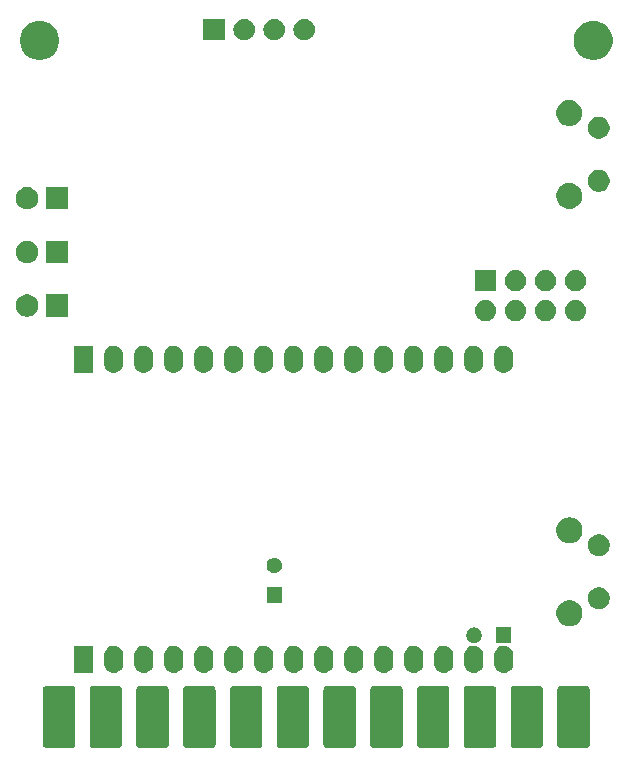
<source format=gts>
G04 #@! TF.GenerationSoftware,KiCad,Pcbnew,5.0.2+dfsg1-1*
G04 #@! TF.CreationDate,2021-03-27T14:43:42+01:00*
G04 #@! TF.ProjectId,WiC64_Plugin,57694336-345f-4506-9c75-67696e2e6b69,v0.6*
G04 #@! TF.SameCoordinates,Original*
G04 #@! TF.FileFunction,Soldermask,Top*
G04 #@! TF.FilePolarity,Negative*
%FSLAX46Y46*%
G04 Gerber Fmt 4.6, Leading zero omitted, Abs format (unit mm)*
G04 Created by KiCad (PCBNEW 5.0.2+dfsg1-1) date Sa 27 Mär 2021 14:43:42 CET*
%MOMM*%
%LPD*%
G01*
G04 APERTURE LIST*
%ADD10C,0.100000*%
G04 APERTURE END LIST*
D10*
G36*
X172241509Y-134576018D02*
X172302170Y-134594420D01*
X172358075Y-134624301D01*
X172407081Y-134664519D01*
X172447299Y-134713525D01*
X172477180Y-134769430D01*
X172495582Y-134830091D01*
X172502400Y-134899320D01*
X172502400Y-139522280D01*
X172495582Y-139591509D01*
X172477180Y-139652170D01*
X172447299Y-139708075D01*
X172407081Y-139757081D01*
X172358075Y-139797299D01*
X172302170Y-139827180D01*
X172241509Y-139845582D01*
X172172280Y-139852400D01*
X170089320Y-139852400D01*
X170020091Y-139845582D01*
X169959430Y-139827180D01*
X169903525Y-139797299D01*
X169854519Y-139757081D01*
X169814301Y-139708075D01*
X169784420Y-139652170D01*
X169766018Y-139591509D01*
X169759200Y-139522280D01*
X169759200Y-134899320D01*
X169766018Y-134830091D01*
X169784420Y-134769430D01*
X169814301Y-134713525D01*
X169854519Y-134664519D01*
X169903525Y-134624301D01*
X169959430Y-134594420D01*
X170020091Y-134576018D01*
X170089320Y-134569200D01*
X172172280Y-134569200D01*
X172241509Y-134576018D01*
X172241509Y-134576018D01*
G37*
G36*
X168281509Y-134576018D02*
X168342170Y-134594420D01*
X168398075Y-134624301D01*
X168447081Y-134664519D01*
X168487299Y-134713525D01*
X168517180Y-134769430D01*
X168535582Y-134830091D01*
X168542400Y-134899320D01*
X168542400Y-139522280D01*
X168535582Y-139591509D01*
X168517180Y-139652170D01*
X168487299Y-139708075D01*
X168447081Y-139757081D01*
X168398075Y-139797299D01*
X168342170Y-139827180D01*
X168281509Y-139845582D01*
X168212280Y-139852400D01*
X166129320Y-139852400D01*
X166060091Y-139845582D01*
X165999430Y-139827180D01*
X165943525Y-139797299D01*
X165894519Y-139757081D01*
X165854301Y-139708075D01*
X165824420Y-139652170D01*
X165806018Y-139591509D01*
X165799200Y-139522280D01*
X165799200Y-134899320D01*
X165806018Y-134830091D01*
X165824420Y-134769430D01*
X165854301Y-134713525D01*
X165894519Y-134664519D01*
X165943525Y-134624301D01*
X165999430Y-134594420D01*
X166060091Y-134576018D01*
X166129320Y-134569200D01*
X168212280Y-134569200D01*
X168281509Y-134576018D01*
X168281509Y-134576018D01*
G37*
G36*
X128681509Y-134576018D02*
X128742170Y-134594420D01*
X128798075Y-134624301D01*
X128847081Y-134664519D01*
X128887299Y-134713525D01*
X128917180Y-134769430D01*
X128935582Y-134830091D01*
X128942400Y-134899320D01*
X128942400Y-139522280D01*
X128935582Y-139591509D01*
X128917180Y-139652170D01*
X128887299Y-139708075D01*
X128847081Y-139757081D01*
X128798075Y-139797299D01*
X128742170Y-139827180D01*
X128681509Y-139845582D01*
X128612280Y-139852400D01*
X126529320Y-139852400D01*
X126460091Y-139845582D01*
X126399430Y-139827180D01*
X126343525Y-139797299D01*
X126294519Y-139757081D01*
X126254301Y-139708075D01*
X126224420Y-139652170D01*
X126206018Y-139591509D01*
X126199200Y-139522280D01*
X126199200Y-134899320D01*
X126206018Y-134830091D01*
X126224420Y-134769430D01*
X126254301Y-134713525D01*
X126294519Y-134664519D01*
X126343525Y-134624301D01*
X126399430Y-134594420D01*
X126460091Y-134576018D01*
X126529320Y-134569200D01*
X128612280Y-134569200D01*
X128681509Y-134576018D01*
X128681509Y-134576018D01*
G37*
G36*
X132641509Y-134576018D02*
X132702170Y-134594420D01*
X132758075Y-134624301D01*
X132807081Y-134664519D01*
X132847299Y-134713525D01*
X132877180Y-134769430D01*
X132895582Y-134830091D01*
X132902400Y-134899320D01*
X132902400Y-139522280D01*
X132895582Y-139591509D01*
X132877180Y-139652170D01*
X132847299Y-139708075D01*
X132807081Y-139757081D01*
X132758075Y-139797299D01*
X132702170Y-139827180D01*
X132641509Y-139845582D01*
X132572280Y-139852400D01*
X130489320Y-139852400D01*
X130420091Y-139845582D01*
X130359430Y-139827180D01*
X130303525Y-139797299D01*
X130254519Y-139757081D01*
X130214301Y-139708075D01*
X130184420Y-139652170D01*
X130166018Y-139591509D01*
X130159200Y-139522280D01*
X130159200Y-134899320D01*
X130166018Y-134830091D01*
X130184420Y-134769430D01*
X130214301Y-134713525D01*
X130254519Y-134664519D01*
X130303525Y-134624301D01*
X130359430Y-134594420D01*
X130420091Y-134576018D01*
X130489320Y-134569200D01*
X132572280Y-134569200D01*
X132641509Y-134576018D01*
X132641509Y-134576018D01*
G37*
G36*
X136601509Y-134576018D02*
X136662170Y-134594420D01*
X136718075Y-134624301D01*
X136767081Y-134664519D01*
X136807299Y-134713525D01*
X136837180Y-134769430D01*
X136855582Y-134830091D01*
X136862400Y-134899320D01*
X136862400Y-139522280D01*
X136855582Y-139591509D01*
X136837180Y-139652170D01*
X136807299Y-139708075D01*
X136767081Y-139757081D01*
X136718075Y-139797299D01*
X136662170Y-139827180D01*
X136601509Y-139845582D01*
X136532280Y-139852400D01*
X134449320Y-139852400D01*
X134380091Y-139845582D01*
X134319430Y-139827180D01*
X134263525Y-139797299D01*
X134214519Y-139757081D01*
X134174301Y-139708075D01*
X134144420Y-139652170D01*
X134126018Y-139591509D01*
X134119200Y-139522280D01*
X134119200Y-134899320D01*
X134126018Y-134830091D01*
X134144420Y-134769430D01*
X134174301Y-134713525D01*
X134214519Y-134664519D01*
X134263525Y-134624301D01*
X134319430Y-134594420D01*
X134380091Y-134576018D01*
X134449320Y-134569200D01*
X136532280Y-134569200D01*
X136601509Y-134576018D01*
X136601509Y-134576018D01*
G37*
G36*
X140561509Y-134576018D02*
X140622170Y-134594420D01*
X140678075Y-134624301D01*
X140727081Y-134664519D01*
X140767299Y-134713525D01*
X140797180Y-134769430D01*
X140815582Y-134830091D01*
X140822400Y-134899320D01*
X140822400Y-139522280D01*
X140815582Y-139591509D01*
X140797180Y-139652170D01*
X140767299Y-139708075D01*
X140727081Y-139757081D01*
X140678075Y-139797299D01*
X140622170Y-139827180D01*
X140561509Y-139845582D01*
X140492280Y-139852400D01*
X138409320Y-139852400D01*
X138340091Y-139845582D01*
X138279430Y-139827180D01*
X138223525Y-139797299D01*
X138174519Y-139757081D01*
X138134301Y-139708075D01*
X138104420Y-139652170D01*
X138086018Y-139591509D01*
X138079200Y-139522280D01*
X138079200Y-134899320D01*
X138086018Y-134830091D01*
X138104420Y-134769430D01*
X138134301Y-134713525D01*
X138174519Y-134664519D01*
X138223525Y-134624301D01*
X138279430Y-134594420D01*
X138340091Y-134576018D01*
X138409320Y-134569200D01*
X140492280Y-134569200D01*
X140561509Y-134576018D01*
X140561509Y-134576018D01*
G37*
G36*
X144521509Y-134576018D02*
X144582170Y-134594420D01*
X144638075Y-134624301D01*
X144687081Y-134664519D01*
X144727299Y-134713525D01*
X144757180Y-134769430D01*
X144775582Y-134830091D01*
X144782400Y-134899320D01*
X144782400Y-139522280D01*
X144775582Y-139591509D01*
X144757180Y-139652170D01*
X144727299Y-139708075D01*
X144687081Y-139757081D01*
X144638075Y-139797299D01*
X144582170Y-139827180D01*
X144521509Y-139845582D01*
X144452280Y-139852400D01*
X142369320Y-139852400D01*
X142300091Y-139845582D01*
X142239430Y-139827180D01*
X142183525Y-139797299D01*
X142134519Y-139757081D01*
X142094301Y-139708075D01*
X142064420Y-139652170D01*
X142046018Y-139591509D01*
X142039200Y-139522280D01*
X142039200Y-134899320D01*
X142046018Y-134830091D01*
X142064420Y-134769430D01*
X142094301Y-134713525D01*
X142134519Y-134664519D01*
X142183525Y-134624301D01*
X142239430Y-134594420D01*
X142300091Y-134576018D01*
X142369320Y-134569200D01*
X144452280Y-134569200D01*
X144521509Y-134576018D01*
X144521509Y-134576018D01*
G37*
G36*
X148481509Y-134576018D02*
X148542170Y-134594420D01*
X148598075Y-134624301D01*
X148647081Y-134664519D01*
X148687299Y-134713525D01*
X148717180Y-134769430D01*
X148735582Y-134830091D01*
X148742400Y-134899320D01*
X148742400Y-139522280D01*
X148735582Y-139591509D01*
X148717180Y-139652170D01*
X148687299Y-139708075D01*
X148647081Y-139757081D01*
X148598075Y-139797299D01*
X148542170Y-139827180D01*
X148481509Y-139845582D01*
X148412280Y-139852400D01*
X146329320Y-139852400D01*
X146260091Y-139845582D01*
X146199430Y-139827180D01*
X146143525Y-139797299D01*
X146094519Y-139757081D01*
X146054301Y-139708075D01*
X146024420Y-139652170D01*
X146006018Y-139591509D01*
X145999200Y-139522280D01*
X145999200Y-134899320D01*
X146006018Y-134830091D01*
X146024420Y-134769430D01*
X146054301Y-134713525D01*
X146094519Y-134664519D01*
X146143525Y-134624301D01*
X146199430Y-134594420D01*
X146260091Y-134576018D01*
X146329320Y-134569200D01*
X148412280Y-134569200D01*
X148481509Y-134576018D01*
X148481509Y-134576018D01*
G37*
G36*
X152441509Y-134576018D02*
X152502170Y-134594420D01*
X152558075Y-134624301D01*
X152607081Y-134664519D01*
X152647299Y-134713525D01*
X152677180Y-134769430D01*
X152695582Y-134830091D01*
X152702400Y-134899320D01*
X152702400Y-139522280D01*
X152695582Y-139591509D01*
X152677180Y-139652170D01*
X152647299Y-139708075D01*
X152607081Y-139757081D01*
X152558075Y-139797299D01*
X152502170Y-139827180D01*
X152441509Y-139845582D01*
X152372280Y-139852400D01*
X150289320Y-139852400D01*
X150220091Y-139845582D01*
X150159430Y-139827180D01*
X150103525Y-139797299D01*
X150054519Y-139757081D01*
X150014301Y-139708075D01*
X149984420Y-139652170D01*
X149966018Y-139591509D01*
X149959200Y-139522280D01*
X149959200Y-134899320D01*
X149966018Y-134830091D01*
X149984420Y-134769430D01*
X150014301Y-134713525D01*
X150054519Y-134664519D01*
X150103525Y-134624301D01*
X150159430Y-134594420D01*
X150220091Y-134576018D01*
X150289320Y-134569200D01*
X152372280Y-134569200D01*
X152441509Y-134576018D01*
X152441509Y-134576018D01*
G37*
G36*
X156401509Y-134576018D02*
X156462170Y-134594420D01*
X156518075Y-134624301D01*
X156567081Y-134664519D01*
X156607299Y-134713525D01*
X156637180Y-134769430D01*
X156655582Y-134830091D01*
X156662400Y-134899320D01*
X156662400Y-139522280D01*
X156655582Y-139591509D01*
X156637180Y-139652170D01*
X156607299Y-139708075D01*
X156567081Y-139757081D01*
X156518075Y-139797299D01*
X156462170Y-139827180D01*
X156401509Y-139845582D01*
X156332280Y-139852400D01*
X154249320Y-139852400D01*
X154180091Y-139845582D01*
X154119430Y-139827180D01*
X154063525Y-139797299D01*
X154014519Y-139757081D01*
X153974301Y-139708075D01*
X153944420Y-139652170D01*
X153926018Y-139591509D01*
X153919200Y-139522280D01*
X153919200Y-134899320D01*
X153926018Y-134830091D01*
X153944420Y-134769430D01*
X153974301Y-134713525D01*
X154014519Y-134664519D01*
X154063525Y-134624301D01*
X154119430Y-134594420D01*
X154180091Y-134576018D01*
X154249320Y-134569200D01*
X156332280Y-134569200D01*
X156401509Y-134576018D01*
X156401509Y-134576018D01*
G37*
G36*
X160361509Y-134576018D02*
X160422170Y-134594420D01*
X160478075Y-134624301D01*
X160527081Y-134664519D01*
X160567299Y-134713525D01*
X160597180Y-134769430D01*
X160615582Y-134830091D01*
X160622400Y-134899320D01*
X160622400Y-139522280D01*
X160615582Y-139591509D01*
X160597180Y-139652170D01*
X160567299Y-139708075D01*
X160527081Y-139757081D01*
X160478075Y-139797299D01*
X160422170Y-139827180D01*
X160361509Y-139845582D01*
X160292280Y-139852400D01*
X158209320Y-139852400D01*
X158140091Y-139845582D01*
X158079430Y-139827180D01*
X158023525Y-139797299D01*
X157974519Y-139757081D01*
X157934301Y-139708075D01*
X157904420Y-139652170D01*
X157886018Y-139591509D01*
X157879200Y-139522280D01*
X157879200Y-134899320D01*
X157886018Y-134830091D01*
X157904420Y-134769430D01*
X157934301Y-134713525D01*
X157974519Y-134664519D01*
X158023525Y-134624301D01*
X158079430Y-134594420D01*
X158140091Y-134576018D01*
X158209320Y-134569200D01*
X160292280Y-134569200D01*
X160361509Y-134576018D01*
X160361509Y-134576018D01*
G37*
G36*
X164321509Y-134576018D02*
X164382170Y-134594420D01*
X164438075Y-134624301D01*
X164487081Y-134664519D01*
X164527299Y-134713525D01*
X164557180Y-134769430D01*
X164575582Y-134830091D01*
X164582400Y-134899320D01*
X164582400Y-139522280D01*
X164575582Y-139591509D01*
X164557180Y-139652170D01*
X164527299Y-139708075D01*
X164487081Y-139757081D01*
X164438075Y-139797299D01*
X164382170Y-139827180D01*
X164321509Y-139845582D01*
X164252280Y-139852400D01*
X162169320Y-139852400D01*
X162100091Y-139845582D01*
X162039430Y-139827180D01*
X161983525Y-139797299D01*
X161934519Y-139757081D01*
X161894301Y-139708075D01*
X161864420Y-139652170D01*
X161846018Y-139591509D01*
X161839200Y-139522280D01*
X161839200Y-134899320D01*
X161846018Y-134830091D01*
X161864420Y-134769430D01*
X161894301Y-134713525D01*
X161934519Y-134664519D01*
X161983525Y-134624301D01*
X162039430Y-134594420D01*
X162100091Y-134576018D01*
X162169320Y-134569200D01*
X164252280Y-134569200D01*
X164321509Y-134576018D01*
X164321509Y-134576018D01*
G37*
G36*
X152686375Y-131194944D02*
X152788542Y-131225936D01*
X152839627Y-131241432D01*
X152915120Y-131281785D01*
X152980863Y-131316925D01*
X152980865Y-131316926D01*
X152980864Y-131316926D01*
X153104659Y-131418521D01*
X153206255Y-131542315D01*
X153281748Y-131683552D01*
X153297244Y-131734637D01*
X153328236Y-131836804D01*
X153340000Y-131956247D01*
X153340000Y-132711753D01*
X153328236Y-132831196D01*
X153297244Y-132933363D01*
X153281748Y-132984448D01*
X153206255Y-133125685D01*
X153104659Y-133249479D01*
X152980865Y-133351075D01*
X152839628Y-133426568D01*
X152788543Y-133442064D01*
X152686376Y-133473056D01*
X152527000Y-133488753D01*
X152367625Y-133473056D01*
X152265458Y-133442064D01*
X152214373Y-133426568D01*
X152073136Y-133351075D01*
X151949342Y-133249479D01*
X151847746Y-133125685D01*
X151772254Y-132984449D01*
X151772253Y-132984447D01*
X151725764Y-132831196D01*
X151714000Y-132711753D01*
X151714000Y-131956248D01*
X151725764Y-131836805D01*
X151772252Y-131683554D01*
X151772252Y-131683553D01*
X151847746Y-131542316D01*
X151949341Y-131418521D01*
X152073135Y-131316925D01*
X152214372Y-131241432D01*
X152265457Y-131225936D01*
X152367624Y-131194944D01*
X152527000Y-131179247D01*
X152686375Y-131194944D01*
X152686375Y-131194944D01*
G37*
G36*
X142526375Y-131194944D02*
X142628542Y-131225936D01*
X142679627Y-131241432D01*
X142755120Y-131281785D01*
X142820863Y-131316925D01*
X142820865Y-131316926D01*
X142820864Y-131316926D01*
X142944659Y-131418521D01*
X143046255Y-131542315D01*
X143121748Y-131683552D01*
X143137244Y-131734637D01*
X143168236Y-131836804D01*
X143180000Y-131956247D01*
X143180000Y-132711753D01*
X143168236Y-132831196D01*
X143137244Y-132933363D01*
X143121748Y-132984448D01*
X143046255Y-133125685D01*
X142944659Y-133249479D01*
X142820865Y-133351075D01*
X142679628Y-133426568D01*
X142628543Y-133442064D01*
X142526376Y-133473056D01*
X142367000Y-133488753D01*
X142207625Y-133473056D01*
X142105458Y-133442064D01*
X142054373Y-133426568D01*
X141913136Y-133351075D01*
X141789342Y-133249479D01*
X141687746Y-133125685D01*
X141612254Y-132984449D01*
X141612253Y-132984447D01*
X141565764Y-132831196D01*
X141554000Y-132711753D01*
X141554000Y-131956248D01*
X141565764Y-131836805D01*
X141612252Y-131683554D01*
X141612252Y-131683553D01*
X141687746Y-131542316D01*
X141789341Y-131418521D01*
X141913135Y-131316925D01*
X142054372Y-131241432D01*
X142105457Y-131225936D01*
X142207624Y-131194944D01*
X142367000Y-131179247D01*
X142526375Y-131194944D01*
X142526375Y-131194944D01*
G37*
G36*
X145066375Y-131194944D02*
X145168542Y-131225936D01*
X145219627Y-131241432D01*
X145295120Y-131281785D01*
X145360863Y-131316925D01*
X145360865Y-131316926D01*
X145360864Y-131316926D01*
X145484659Y-131418521D01*
X145586255Y-131542315D01*
X145661748Y-131683552D01*
X145677244Y-131734637D01*
X145708236Y-131836804D01*
X145720000Y-131956247D01*
X145720000Y-132711753D01*
X145708236Y-132831196D01*
X145677244Y-132933363D01*
X145661748Y-132984448D01*
X145586255Y-133125685D01*
X145484659Y-133249479D01*
X145360865Y-133351075D01*
X145219628Y-133426568D01*
X145168543Y-133442064D01*
X145066376Y-133473056D01*
X144907000Y-133488753D01*
X144747625Y-133473056D01*
X144645458Y-133442064D01*
X144594373Y-133426568D01*
X144453136Y-133351075D01*
X144329342Y-133249479D01*
X144227746Y-133125685D01*
X144152254Y-132984449D01*
X144152253Y-132984447D01*
X144105764Y-132831196D01*
X144094000Y-132711753D01*
X144094000Y-131956248D01*
X144105764Y-131836805D01*
X144152252Y-131683554D01*
X144152252Y-131683553D01*
X144227746Y-131542316D01*
X144329341Y-131418521D01*
X144453135Y-131316925D01*
X144594372Y-131241432D01*
X144645457Y-131225936D01*
X144747624Y-131194944D01*
X144907000Y-131179247D01*
X145066375Y-131194944D01*
X145066375Y-131194944D01*
G37*
G36*
X147606375Y-131194944D02*
X147708542Y-131225936D01*
X147759627Y-131241432D01*
X147835120Y-131281785D01*
X147900863Y-131316925D01*
X147900865Y-131316926D01*
X147900864Y-131316926D01*
X148024659Y-131418521D01*
X148126255Y-131542315D01*
X148201748Y-131683552D01*
X148217244Y-131734637D01*
X148248236Y-131836804D01*
X148260000Y-131956247D01*
X148260000Y-132711753D01*
X148248236Y-132831196D01*
X148217244Y-132933363D01*
X148201748Y-132984448D01*
X148126255Y-133125685D01*
X148024659Y-133249479D01*
X147900865Y-133351075D01*
X147759628Y-133426568D01*
X147708543Y-133442064D01*
X147606376Y-133473056D01*
X147447000Y-133488753D01*
X147287625Y-133473056D01*
X147185458Y-133442064D01*
X147134373Y-133426568D01*
X146993136Y-133351075D01*
X146869342Y-133249479D01*
X146767746Y-133125685D01*
X146692254Y-132984449D01*
X146692253Y-132984447D01*
X146645764Y-132831196D01*
X146634000Y-132711753D01*
X146634000Y-131956248D01*
X146645764Y-131836805D01*
X146692252Y-131683554D01*
X146692252Y-131683553D01*
X146767746Y-131542316D01*
X146869341Y-131418521D01*
X146993135Y-131316925D01*
X147134372Y-131241432D01*
X147185457Y-131225936D01*
X147287624Y-131194944D01*
X147447000Y-131179247D01*
X147606375Y-131194944D01*
X147606375Y-131194944D01*
G37*
G36*
X150146375Y-131194944D02*
X150248542Y-131225936D01*
X150299627Y-131241432D01*
X150375120Y-131281785D01*
X150440863Y-131316925D01*
X150440865Y-131316926D01*
X150440864Y-131316926D01*
X150564659Y-131418521D01*
X150666255Y-131542315D01*
X150741748Y-131683552D01*
X150757244Y-131734637D01*
X150788236Y-131836804D01*
X150800000Y-131956247D01*
X150800000Y-132711753D01*
X150788236Y-132831196D01*
X150757244Y-132933363D01*
X150741748Y-132984448D01*
X150666255Y-133125685D01*
X150564659Y-133249479D01*
X150440865Y-133351075D01*
X150299628Y-133426568D01*
X150248543Y-133442064D01*
X150146376Y-133473056D01*
X149987000Y-133488753D01*
X149827625Y-133473056D01*
X149725458Y-133442064D01*
X149674373Y-133426568D01*
X149533136Y-133351075D01*
X149409342Y-133249479D01*
X149307746Y-133125685D01*
X149232254Y-132984449D01*
X149232253Y-132984447D01*
X149185764Y-132831196D01*
X149174000Y-132711753D01*
X149174000Y-131956248D01*
X149185764Y-131836805D01*
X149232252Y-131683554D01*
X149232252Y-131683553D01*
X149307746Y-131542316D01*
X149409341Y-131418521D01*
X149533135Y-131316925D01*
X149674372Y-131241432D01*
X149725457Y-131225936D01*
X149827624Y-131194944D01*
X149987000Y-131179247D01*
X150146375Y-131194944D01*
X150146375Y-131194944D01*
G37*
G36*
X155226375Y-131194944D02*
X155328542Y-131225936D01*
X155379627Y-131241432D01*
X155455120Y-131281785D01*
X155520863Y-131316925D01*
X155520865Y-131316926D01*
X155520864Y-131316926D01*
X155644659Y-131418521D01*
X155746255Y-131542315D01*
X155821748Y-131683552D01*
X155837244Y-131734637D01*
X155868236Y-131836804D01*
X155880000Y-131956247D01*
X155880000Y-132711753D01*
X155868236Y-132831196D01*
X155837244Y-132933363D01*
X155821748Y-132984448D01*
X155746255Y-133125685D01*
X155644659Y-133249479D01*
X155520865Y-133351075D01*
X155379628Y-133426568D01*
X155328543Y-133442064D01*
X155226376Y-133473056D01*
X155067000Y-133488753D01*
X154907625Y-133473056D01*
X154805458Y-133442064D01*
X154754373Y-133426568D01*
X154613136Y-133351075D01*
X154489342Y-133249479D01*
X154387746Y-133125685D01*
X154312254Y-132984449D01*
X154312253Y-132984447D01*
X154265764Y-132831196D01*
X154254000Y-132711753D01*
X154254000Y-131956248D01*
X154265764Y-131836805D01*
X154312252Y-131683554D01*
X154312252Y-131683553D01*
X154387746Y-131542316D01*
X154489341Y-131418521D01*
X154613135Y-131316925D01*
X154754372Y-131241432D01*
X154805457Y-131225936D01*
X154907624Y-131194944D01*
X155067000Y-131179247D01*
X155226375Y-131194944D01*
X155226375Y-131194944D01*
G37*
G36*
X157766375Y-131194944D02*
X157868542Y-131225936D01*
X157919627Y-131241432D01*
X157995120Y-131281785D01*
X158060863Y-131316925D01*
X158060865Y-131316926D01*
X158060864Y-131316926D01*
X158184659Y-131418521D01*
X158286255Y-131542315D01*
X158361748Y-131683552D01*
X158377244Y-131734637D01*
X158408236Y-131836804D01*
X158420000Y-131956247D01*
X158420000Y-132711753D01*
X158408236Y-132831196D01*
X158377244Y-132933363D01*
X158361748Y-132984448D01*
X158286255Y-133125685D01*
X158184659Y-133249479D01*
X158060865Y-133351075D01*
X157919628Y-133426568D01*
X157868543Y-133442064D01*
X157766376Y-133473056D01*
X157607000Y-133488753D01*
X157447625Y-133473056D01*
X157345458Y-133442064D01*
X157294373Y-133426568D01*
X157153136Y-133351075D01*
X157029342Y-133249479D01*
X156927746Y-133125685D01*
X156852254Y-132984449D01*
X156852253Y-132984447D01*
X156805764Y-132831196D01*
X156794000Y-132711753D01*
X156794000Y-131956248D01*
X156805764Y-131836805D01*
X156852252Y-131683554D01*
X156852252Y-131683553D01*
X156927746Y-131542316D01*
X157029341Y-131418521D01*
X157153135Y-131316925D01*
X157294372Y-131241432D01*
X157345457Y-131225936D01*
X157447624Y-131194944D01*
X157607000Y-131179247D01*
X157766375Y-131194944D01*
X157766375Y-131194944D01*
G37*
G36*
X162691534Y-131174285D02*
X162727116Y-131183198D01*
X162756419Y-131186084D01*
X162846375Y-131194944D01*
X162948542Y-131225936D01*
X162999627Y-131241432D01*
X163075120Y-131281785D01*
X163140863Y-131316925D01*
X163140865Y-131316926D01*
X163140864Y-131316926D01*
X163264659Y-131418521D01*
X163366255Y-131542315D01*
X163441748Y-131683552D01*
X163457244Y-131734637D01*
X163488236Y-131836804D01*
X163500000Y-131956247D01*
X163500000Y-132711753D01*
X163488236Y-132831196D01*
X163457244Y-132933363D01*
X163441748Y-132984448D01*
X163366255Y-133125685D01*
X163264659Y-133249479D01*
X163140865Y-133351075D01*
X162999628Y-133426568D01*
X162948543Y-133442064D01*
X162846376Y-133473056D01*
X162687000Y-133488753D01*
X162527625Y-133473056D01*
X162425458Y-133442064D01*
X162374373Y-133426568D01*
X162233136Y-133351075D01*
X162109342Y-133249479D01*
X162007746Y-133125685D01*
X161932254Y-132984449D01*
X161932253Y-132984447D01*
X161885764Y-132831196D01*
X161874000Y-132711753D01*
X161874000Y-131956248D01*
X161885764Y-131836805D01*
X161932252Y-131683554D01*
X161932252Y-131683553D01*
X162007746Y-131542316D01*
X162109341Y-131418521D01*
X162233135Y-131316925D01*
X162374372Y-131241432D01*
X162425457Y-131225936D01*
X162527624Y-131194944D01*
X162597781Y-131188034D01*
X162646883Y-131183198D01*
X162670917Y-131178417D01*
X162686888Y-131171802D01*
X162691534Y-131174285D01*
X162691534Y-131174285D01*
G37*
G36*
X137446375Y-131194944D02*
X137548542Y-131225936D01*
X137599627Y-131241432D01*
X137675120Y-131281785D01*
X137740863Y-131316925D01*
X137740865Y-131316926D01*
X137740864Y-131316926D01*
X137864659Y-131418521D01*
X137966255Y-131542315D01*
X138041748Y-131683552D01*
X138057244Y-131734637D01*
X138088236Y-131836804D01*
X138100000Y-131956247D01*
X138100000Y-132711753D01*
X138088236Y-132831196D01*
X138057244Y-132933363D01*
X138041748Y-132984448D01*
X137966255Y-133125685D01*
X137864659Y-133249479D01*
X137740865Y-133351075D01*
X137599628Y-133426568D01*
X137548543Y-133442064D01*
X137446376Y-133473056D01*
X137287000Y-133488753D01*
X137127625Y-133473056D01*
X137025458Y-133442064D01*
X136974373Y-133426568D01*
X136833136Y-133351075D01*
X136709342Y-133249479D01*
X136607746Y-133125685D01*
X136532254Y-132984449D01*
X136532253Y-132984447D01*
X136485764Y-132831196D01*
X136474000Y-132711753D01*
X136474000Y-131956248D01*
X136485764Y-131836805D01*
X136532252Y-131683554D01*
X136532252Y-131683553D01*
X136607746Y-131542316D01*
X136709341Y-131418521D01*
X136833135Y-131316925D01*
X136974372Y-131241432D01*
X137025457Y-131225936D01*
X137127624Y-131194944D01*
X137287000Y-131179247D01*
X137446375Y-131194944D01*
X137446375Y-131194944D01*
G37*
G36*
X165231534Y-131174285D02*
X165267116Y-131183198D01*
X165296419Y-131186084D01*
X165386375Y-131194944D01*
X165488542Y-131225936D01*
X165539627Y-131241432D01*
X165615120Y-131281785D01*
X165680863Y-131316925D01*
X165680865Y-131316926D01*
X165680864Y-131316926D01*
X165804659Y-131418521D01*
X165906255Y-131542315D01*
X165981748Y-131683552D01*
X165997244Y-131734637D01*
X166028236Y-131836804D01*
X166040000Y-131956247D01*
X166040000Y-132711753D01*
X166028236Y-132831196D01*
X165997244Y-132933363D01*
X165981748Y-132984448D01*
X165906255Y-133125685D01*
X165804659Y-133249479D01*
X165680865Y-133351075D01*
X165539628Y-133426568D01*
X165488543Y-133442064D01*
X165386376Y-133473056D01*
X165227000Y-133488753D01*
X165067625Y-133473056D01*
X164965458Y-133442064D01*
X164914373Y-133426568D01*
X164773136Y-133351075D01*
X164649342Y-133249479D01*
X164547746Y-133125685D01*
X164472254Y-132984449D01*
X164472253Y-132984447D01*
X164425764Y-132831196D01*
X164414000Y-132711753D01*
X164414000Y-131956248D01*
X164425764Y-131836805D01*
X164472252Y-131683554D01*
X164472252Y-131683553D01*
X164547746Y-131542316D01*
X164649341Y-131418521D01*
X164773135Y-131316925D01*
X164914372Y-131241432D01*
X164965457Y-131225936D01*
X165067624Y-131194944D01*
X165137781Y-131188034D01*
X165186883Y-131183198D01*
X165210917Y-131178417D01*
X165226888Y-131171802D01*
X165231534Y-131174285D01*
X165231534Y-131174285D01*
G37*
G36*
X134906375Y-131194944D02*
X135008542Y-131225936D01*
X135059627Y-131241432D01*
X135135120Y-131281785D01*
X135200863Y-131316925D01*
X135200865Y-131316926D01*
X135200864Y-131316926D01*
X135324659Y-131418521D01*
X135426255Y-131542315D01*
X135501748Y-131683552D01*
X135517244Y-131734637D01*
X135548236Y-131836804D01*
X135560000Y-131956247D01*
X135560000Y-132711753D01*
X135548236Y-132831196D01*
X135517244Y-132933363D01*
X135501748Y-132984448D01*
X135426255Y-133125685D01*
X135324659Y-133249479D01*
X135200865Y-133351075D01*
X135059628Y-133426568D01*
X135008543Y-133442064D01*
X134906376Y-133473056D01*
X134747000Y-133488753D01*
X134587625Y-133473056D01*
X134485458Y-133442064D01*
X134434373Y-133426568D01*
X134293136Y-133351075D01*
X134169342Y-133249479D01*
X134067746Y-133125685D01*
X133992254Y-132984449D01*
X133992253Y-132984447D01*
X133945764Y-132831196D01*
X133934000Y-132711753D01*
X133934000Y-131956248D01*
X133945764Y-131836805D01*
X133992252Y-131683554D01*
X133992252Y-131683553D01*
X134067746Y-131542316D01*
X134169341Y-131418521D01*
X134293135Y-131316925D01*
X134434372Y-131241432D01*
X134485457Y-131225936D01*
X134587624Y-131194944D01*
X134747000Y-131179247D01*
X134906375Y-131194944D01*
X134906375Y-131194944D01*
G37*
G36*
X132366375Y-131194944D02*
X132468542Y-131225936D01*
X132519627Y-131241432D01*
X132595120Y-131281785D01*
X132660863Y-131316925D01*
X132660865Y-131316926D01*
X132660864Y-131316926D01*
X132784659Y-131418521D01*
X132886255Y-131542315D01*
X132961748Y-131683552D01*
X132977244Y-131734637D01*
X133008236Y-131836804D01*
X133020000Y-131956247D01*
X133020000Y-132711753D01*
X133008236Y-132831196D01*
X132977244Y-132933363D01*
X132961748Y-132984448D01*
X132886255Y-133125685D01*
X132784659Y-133249479D01*
X132660865Y-133351075D01*
X132519628Y-133426568D01*
X132468543Y-133442064D01*
X132366376Y-133473056D01*
X132207000Y-133488753D01*
X132047625Y-133473056D01*
X131945458Y-133442064D01*
X131894373Y-133426568D01*
X131753136Y-133351075D01*
X131629342Y-133249479D01*
X131527746Y-133125685D01*
X131452254Y-132984449D01*
X131452253Y-132984447D01*
X131405764Y-132831196D01*
X131394000Y-132711753D01*
X131394000Y-131956248D01*
X131405764Y-131836805D01*
X131452252Y-131683554D01*
X131452252Y-131683553D01*
X131527746Y-131542316D01*
X131629341Y-131418521D01*
X131753135Y-131316925D01*
X131894372Y-131241432D01*
X131945457Y-131225936D01*
X132047624Y-131194944D01*
X132207000Y-131179247D01*
X132366375Y-131194944D01*
X132366375Y-131194944D01*
G37*
G36*
X139986375Y-131194944D02*
X140088542Y-131225936D01*
X140139627Y-131241432D01*
X140215120Y-131281785D01*
X140280863Y-131316925D01*
X140280865Y-131316926D01*
X140280864Y-131316926D01*
X140404659Y-131418521D01*
X140506255Y-131542315D01*
X140581748Y-131683552D01*
X140597244Y-131734637D01*
X140628236Y-131836804D01*
X140640000Y-131956247D01*
X140640000Y-132711753D01*
X140628236Y-132831196D01*
X140597244Y-132933363D01*
X140581748Y-132984448D01*
X140506255Y-133125685D01*
X140404659Y-133249479D01*
X140280865Y-133351075D01*
X140139628Y-133426568D01*
X140088543Y-133442064D01*
X139986376Y-133473056D01*
X139827000Y-133488753D01*
X139667625Y-133473056D01*
X139565458Y-133442064D01*
X139514373Y-133426568D01*
X139373136Y-133351075D01*
X139249342Y-133249479D01*
X139147746Y-133125685D01*
X139072254Y-132984449D01*
X139072253Y-132984447D01*
X139025764Y-132831196D01*
X139014000Y-132711753D01*
X139014000Y-131956248D01*
X139025764Y-131836805D01*
X139072252Y-131683554D01*
X139072252Y-131683553D01*
X139147746Y-131542316D01*
X139249341Y-131418521D01*
X139373135Y-131316925D01*
X139514372Y-131241432D01*
X139565457Y-131225936D01*
X139667624Y-131194944D01*
X139827000Y-131179247D01*
X139986375Y-131194944D01*
X139986375Y-131194944D01*
G37*
G36*
X160306375Y-131194944D02*
X160408542Y-131225936D01*
X160459627Y-131241432D01*
X160535120Y-131281785D01*
X160600863Y-131316925D01*
X160600865Y-131316926D01*
X160600864Y-131316926D01*
X160724659Y-131418521D01*
X160826255Y-131542315D01*
X160901748Y-131683552D01*
X160917244Y-131734637D01*
X160948236Y-131836804D01*
X160960000Y-131956247D01*
X160960000Y-132711753D01*
X160948236Y-132831196D01*
X160917244Y-132933363D01*
X160901748Y-132984448D01*
X160826255Y-133125685D01*
X160724659Y-133249479D01*
X160600865Y-133351075D01*
X160459628Y-133426568D01*
X160408543Y-133442064D01*
X160306376Y-133473056D01*
X160147000Y-133488753D01*
X159987625Y-133473056D01*
X159885458Y-133442064D01*
X159834373Y-133426568D01*
X159693136Y-133351075D01*
X159569342Y-133249479D01*
X159467746Y-133125685D01*
X159392254Y-132984449D01*
X159392253Y-132984447D01*
X159345764Y-132831196D01*
X159334000Y-132711753D01*
X159334000Y-131956248D01*
X159345764Y-131836805D01*
X159392252Y-131683554D01*
X159392252Y-131683553D01*
X159467746Y-131542316D01*
X159569341Y-131418521D01*
X159693135Y-131316925D01*
X159834372Y-131241432D01*
X159885457Y-131225936D01*
X159987624Y-131194944D01*
X160147000Y-131179247D01*
X160306375Y-131194944D01*
X160306375Y-131194944D01*
G37*
G36*
X130480000Y-133484820D02*
X128854000Y-133484820D01*
X128854000Y-131183180D01*
X130480000Y-131183180D01*
X130480000Y-133484820D01*
X130480000Y-133484820D01*
G37*
G36*
X165858000Y-130933800D02*
X165279369Y-130933800D01*
X165254983Y-130936202D01*
X165231534Y-130943315D01*
X165226888Y-130945798D01*
X165210916Y-130939182D01*
X165174631Y-130933800D01*
X164556000Y-130933800D01*
X164556000Y-129631800D01*
X165858000Y-129631800D01*
X165858000Y-130933800D01*
X165858000Y-130933800D01*
G37*
G36*
X162896890Y-129656817D02*
X163015361Y-129705889D01*
X163121992Y-129777138D01*
X163212662Y-129867808D01*
X163283911Y-129974439D01*
X163332983Y-130092910D01*
X163358000Y-130218681D01*
X163358000Y-130346919D01*
X163332983Y-130472690D01*
X163283911Y-130591161D01*
X163212662Y-130697792D01*
X163121992Y-130788462D01*
X163015361Y-130859711D01*
X162896890Y-130908783D01*
X162771119Y-130933800D01*
X162739369Y-130933800D01*
X162714983Y-130936202D01*
X162691534Y-130943315D01*
X162686888Y-130945798D01*
X162670916Y-130939182D01*
X162654839Y-130936797D01*
X162654957Y-130936202D01*
X162517110Y-130908783D01*
X162398639Y-130859711D01*
X162292008Y-130788462D01*
X162201338Y-130697792D01*
X162130089Y-130591161D01*
X162081017Y-130472690D01*
X162056000Y-130346919D01*
X162056000Y-130218681D01*
X162081017Y-130092910D01*
X162130089Y-129974439D01*
X162201338Y-129867808D01*
X162292008Y-129777138D01*
X162398639Y-129705889D01*
X162517110Y-129656817D01*
X162642881Y-129631800D01*
X162771119Y-129631800D01*
X162896890Y-129656817D01*
X162896890Y-129656817D01*
G37*
G36*
X171003594Y-127336755D02*
X171109950Y-127357911D01*
X171180790Y-127387254D01*
X171310316Y-127440905D01*
X171310319Y-127440907D01*
X171442758Y-127529400D01*
X171490650Y-127561401D01*
X171643999Y-127714750D01*
X171644001Y-127714753D01*
X171644002Y-127714754D01*
X171751656Y-127875869D01*
X171764495Y-127895084D01*
X171847489Y-128095451D01*
X171889800Y-128308160D01*
X171889800Y-128525040D01*
X171847489Y-128737749D01*
X171764495Y-128938116D01*
X171643999Y-129118450D01*
X171490650Y-129271799D01*
X171310316Y-129392295D01*
X171180790Y-129445946D01*
X171109950Y-129475289D01*
X171003595Y-129496444D01*
X170897240Y-129517600D01*
X170680360Y-129517600D01*
X170574005Y-129496444D01*
X170467650Y-129475289D01*
X170396810Y-129445946D01*
X170267284Y-129392295D01*
X170086950Y-129271799D01*
X169933601Y-129118450D01*
X169813105Y-128938116D01*
X169730111Y-128737749D01*
X169687800Y-128525040D01*
X169687800Y-128308160D01*
X169730111Y-128095451D01*
X169813105Y-127895084D01*
X169825944Y-127875869D01*
X169933598Y-127714754D01*
X169933599Y-127714753D01*
X169933601Y-127714750D01*
X170086950Y-127561401D01*
X170134843Y-127529400D01*
X170267281Y-127440907D01*
X170267284Y-127440905D01*
X170396810Y-127387254D01*
X170467650Y-127357911D01*
X170574006Y-127336755D01*
X170680360Y-127315600D01*
X170897240Y-127315600D01*
X171003594Y-127336755D01*
X171003594Y-127336755D01*
G37*
G36*
X173548904Y-126266185D02*
X173717426Y-126335989D01*
X173869091Y-126437328D01*
X173998072Y-126566309D01*
X174099411Y-126717974D01*
X174169215Y-126886496D01*
X174204800Y-127065397D01*
X174204800Y-127247803D01*
X174169215Y-127426704D01*
X174099411Y-127595226D01*
X173998072Y-127746891D01*
X173869091Y-127875872D01*
X173717426Y-127977211D01*
X173548904Y-128047015D01*
X173370003Y-128082600D01*
X173187597Y-128082600D01*
X173008696Y-128047015D01*
X172840174Y-127977211D01*
X172688509Y-127875872D01*
X172559528Y-127746891D01*
X172458189Y-127595226D01*
X172388385Y-127426704D01*
X172352800Y-127247803D01*
X172352800Y-127065397D01*
X172388385Y-126886496D01*
X172458189Y-126717974D01*
X172559528Y-126566309D01*
X172688509Y-126437328D01*
X172840174Y-126335989D01*
X173008696Y-126266185D01*
X173187597Y-126230600D01*
X173370003Y-126230600D01*
X173548904Y-126266185D01*
X173548904Y-126266185D01*
G37*
G36*
X146440800Y-127529400D02*
X145138800Y-127529400D01*
X145138800Y-126227400D01*
X146440800Y-126227400D01*
X146440800Y-127529400D01*
X146440800Y-127529400D01*
G37*
G36*
X145979690Y-123752417D02*
X146098161Y-123801489D01*
X146204792Y-123872738D01*
X146295462Y-123963408D01*
X146366711Y-124070039D01*
X146415783Y-124188510D01*
X146440800Y-124314281D01*
X146440800Y-124442519D01*
X146415783Y-124568290D01*
X146366711Y-124686761D01*
X146295462Y-124793392D01*
X146204792Y-124884062D01*
X146098161Y-124955311D01*
X145979690Y-125004383D01*
X145853919Y-125029400D01*
X145725681Y-125029400D01*
X145599910Y-125004383D01*
X145481439Y-124955311D01*
X145374808Y-124884062D01*
X145284138Y-124793392D01*
X145212889Y-124686761D01*
X145163817Y-124568290D01*
X145138800Y-124442519D01*
X145138800Y-124314281D01*
X145163817Y-124188510D01*
X145212889Y-124070039D01*
X145284138Y-123963408D01*
X145374808Y-123872738D01*
X145481439Y-123801489D01*
X145599910Y-123752417D01*
X145725681Y-123727400D01*
X145853919Y-123727400D01*
X145979690Y-123752417D01*
X145979690Y-123752417D01*
G37*
G36*
X173548904Y-121766185D02*
X173717426Y-121835989D01*
X173869091Y-121937328D01*
X173998072Y-122066309D01*
X174099411Y-122217974D01*
X174169215Y-122386496D01*
X174204800Y-122565397D01*
X174204800Y-122747803D01*
X174169215Y-122926704D01*
X174099411Y-123095226D01*
X173998072Y-123246891D01*
X173869091Y-123375872D01*
X173717426Y-123477211D01*
X173548904Y-123547015D01*
X173370003Y-123582600D01*
X173187597Y-123582600D01*
X173008696Y-123547015D01*
X172840174Y-123477211D01*
X172688509Y-123375872D01*
X172559528Y-123246891D01*
X172458189Y-123095226D01*
X172388385Y-122926704D01*
X172352800Y-122747803D01*
X172352800Y-122565397D01*
X172388385Y-122386496D01*
X172458189Y-122217974D01*
X172559528Y-122066309D01*
X172688509Y-121937328D01*
X172840174Y-121835989D01*
X173008696Y-121766185D01*
X173187597Y-121730600D01*
X173370003Y-121730600D01*
X173548904Y-121766185D01*
X173548904Y-121766185D01*
G37*
G36*
X171003594Y-120326755D02*
X171109950Y-120347911D01*
X171180790Y-120377254D01*
X171310316Y-120430905D01*
X171490650Y-120551401D01*
X171643999Y-120704750D01*
X171764495Y-120885084D01*
X171818146Y-121014610D01*
X171847489Y-121085450D01*
X171889800Y-121298161D01*
X171889800Y-121515039D01*
X171847489Y-121727750D01*
X171831568Y-121766186D01*
X171764495Y-121928116D01*
X171643999Y-122108450D01*
X171490650Y-122261799D01*
X171310316Y-122382295D01*
X171180790Y-122435946D01*
X171109950Y-122465289D01*
X171003595Y-122486444D01*
X170897240Y-122507600D01*
X170680360Y-122507600D01*
X170574005Y-122486444D01*
X170467650Y-122465289D01*
X170396810Y-122435946D01*
X170267284Y-122382295D01*
X170086950Y-122261799D01*
X169933601Y-122108450D01*
X169813105Y-121928116D01*
X169746032Y-121766186D01*
X169730111Y-121727750D01*
X169687800Y-121515039D01*
X169687800Y-121298161D01*
X169730111Y-121085450D01*
X169759454Y-121014610D01*
X169813105Y-120885084D01*
X169933601Y-120704750D01*
X170086950Y-120551401D01*
X170267284Y-120430905D01*
X170396810Y-120377254D01*
X170467650Y-120347911D01*
X170574006Y-120326755D01*
X170680360Y-120305600D01*
X170897240Y-120305600D01*
X171003594Y-120326755D01*
X171003594Y-120326755D01*
G37*
G36*
X139960975Y-105794944D02*
X140063142Y-105825936D01*
X140114227Y-105841432D01*
X140189720Y-105881785D01*
X140255463Y-105916925D01*
X140255465Y-105916926D01*
X140255464Y-105916926D01*
X140379259Y-106018521D01*
X140480855Y-106142315D01*
X140556348Y-106283552D01*
X140571844Y-106334637D01*
X140602836Y-106436804D01*
X140614600Y-106556247D01*
X140614600Y-107311753D01*
X140602836Y-107431196D01*
X140571844Y-107533363D01*
X140556348Y-107584448D01*
X140480855Y-107725685D01*
X140379259Y-107849479D01*
X140255465Y-107951075D01*
X140114228Y-108026568D01*
X140063143Y-108042064D01*
X139960976Y-108073056D01*
X139801600Y-108088753D01*
X139642225Y-108073056D01*
X139540058Y-108042064D01*
X139488973Y-108026568D01*
X139347736Y-107951075D01*
X139223942Y-107849479D01*
X139122346Y-107725685D01*
X139046854Y-107584449D01*
X139046853Y-107584447D01*
X139000364Y-107431196D01*
X138988600Y-107311753D01*
X138988600Y-106556248D01*
X139000364Y-106436805D01*
X139046852Y-106283554D01*
X139046852Y-106283553D01*
X139122346Y-106142316D01*
X139223941Y-106018521D01*
X139347735Y-105916925D01*
X139488972Y-105841432D01*
X139540057Y-105825936D01*
X139642224Y-105794944D01*
X139801600Y-105779247D01*
X139960975Y-105794944D01*
X139960975Y-105794944D01*
G37*
G36*
X145040975Y-105794944D02*
X145143142Y-105825936D01*
X145194227Y-105841432D01*
X145269720Y-105881785D01*
X145335463Y-105916925D01*
X145335465Y-105916926D01*
X145335464Y-105916926D01*
X145459259Y-106018521D01*
X145560855Y-106142315D01*
X145636348Y-106283552D01*
X145651844Y-106334637D01*
X145682836Y-106436804D01*
X145694600Y-106556247D01*
X145694600Y-107311753D01*
X145682836Y-107431196D01*
X145651844Y-107533363D01*
X145636348Y-107584448D01*
X145560855Y-107725685D01*
X145459259Y-107849479D01*
X145335465Y-107951075D01*
X145194228Y-108026568D01*
X145143143Y-108042064D01*
X145040976Y-108073056D01*
X144881600Y-108088753D01*
X144722225Y-108073056D01*
X144620058Y-108042064D01*
X144568973Y-108026568D01*
X144427736Y-107951075D01*
X144303942Y-107849479D01*
X144202346Y-107725685D01*
X144126854Y-107584449D01*
X144126853Y-107584447D01*
X144080364Y-107431196D01*
X144068600Y-107311753D01*
X144068600Y-106556248D01*
X144080364Y-106436805D01*
X144126852Y-106283554D01*
X144126852Y-106283553D01*
X144202346Y-106142316D01*
X144303941Y-106018521D01*
X144427735Y-105916925D01*
X144568972Y-105841432D01*
X144620057Y-105825936D01*
X144722224Y-105794944D01*
X144881600Y-105779247D01*
X145040975Y-105794944D01*
X145040975Y-105794944D01*
G37*
G36*
X134880975Y-105794944D02*
X134983142Y-105825936D01*
X135034227Y-105841432D01*
X135109720Y-105881785D01*
X135175463Y-105916925D01*
X135175465Y-105916926D01*
X135175464Y-105916926D01*
X135299259Y-106018521D01*
X135400855Y-106142315D01*
X135476348Y-106283552D01*
X135491844Y-106334637D01*
X135522836Y-106436804D01*
X135534600Y-106556247D01*
X135534600Y-107311753D01*
X135522836Y-107431196D01*
X135491844Y-107533363D01*
X135476348Y-107584448D01*
X135400855Y-107725685D01*
X135299259Y-107849479D01*
X135175465Y-107951075D01*
X135034228Y-108026568D01*
X134983143Y-108042064D01*
X134880976Y-108073056D01*
X134721600Y-108088753D01*
X134562225Y-108073056D01*
X134460058Y-108042064D01*
X134408973Y-108026568D01*
X134267736Y-107951075D01*
X134143942Y-107849479D01*
X134042346Y-107725685D01*
X133966854Y-107584449D01*
X133966853Y-107584447D01*
X133920364Y-107431196D01*
X133908600Y-107311753D01*
X133908600Y-106556248D01*
X133920364Y-106436805D01*
X133966852Y-106283554D01*
X133966852Y-106283553D01*
X134042346Y-106142316D01*
X134143941Y-106018521D01*
X134267735Y-105916925D01*
X134408972Y-105841432D01*
X134460057Y-105825936D01*
X134562224Y-105794944D01*
X134721600Y-105779247D01*
X134880975Y-105794944D01*
X134880975Y-105794944D01*
G37*
G36*
X147580975Y-105794944D02*
X147683142Y-105825936D01*
X147734227Y-105841432D01*
X147809720Y-105881785D01*
X147875463Y-105916925D01*
X147875465Y-105916926D01*
X147875464Y-105916926D01*
X147999259Y-106018521D01*
X148100855Y-106142315D01*
X148176348Y-106283552D01*
X148191844Y-106334637D01*
X148222836Y-106436804D01*
X148234600Y-106556247D01*
X148234600Y-107311753D01*
X148222836Y-107431196D01*
X148191844Y-107533363D01*
X148176348Y-107584448D01*
X148100855Y-107725685D01*
X147999259Y-107849479D01*
X147875465Y-107951075D01*
X147734228Y-108026568D01*
X147683143Y-108042064D01*
X147580976Y-108073056D01*
X147421600Y-108088753D01*
X147262225Y-108073056D01*
X147160058Y-108042064D01*
X147108973Y-108026568D01*
X146967736Y-107951075D01*
X146843942Y-107849479D01*
X146742346Y-107725685D01*
X146666854Y-107584449D01*
X146666853Y-107584447D01*
X146620364Y-107431196D01*
X146608600Y-107311753D01*
X146608600Y-106556248D01*
X146620364Y-106436805D01*
X146666852Y-106283554D01*
X146666852Y-106283553D01*
X146742346Y-106142316D01*
X146843941Y-106018521D01*
X146967735Y-105916925D01*
X147108972Y-105841432D01*
X147160057Y-105825936D01*
X147262224Y-105794944D01*
X147421600Y-105779247D01*
X147580975Y-105794944D01*
X147580975Y-105794944D01*
G37*
G36*
X150120975Y-105794944D02*
X150223142Y-105825936D01*
X150274227Y-105841432D01*
X150349720Y-105881785D01*
X150415463Y-105916925D01*
X150415465Y-105916926D01*
X150415464Y-105916926D01*
X150539259Y-106018521D01*
X150640855Y-106142315D01*
X150716348Y-106283552D01*
X150731844Y-106334637D01*
X150762836Y-106436804D01*
X150774600Y-106556247D01*
X150774600Y-107311753D01*
X150762836Y-107431196D01*
X150731844Y-107533363D01*
X150716348Y-107584448D01*
X150640855Y-107725685D01*
X150539259Y-107849479D01*
X150415465Y-107951075D01*
X150274228Y-108026568D01*
X150223143Y-108042064D01*
X150120976Y-108073056D01*
X149961600Y-108088753D01*
X149802225Y-108073056D01*
X149700058Y-108042064D01*
X149648973Y-108026568D01*
X149507736Y-107951075D01*
X149383942Y-107849479D01*
X149282346Y-107725685D01*
X149206854Y-107584449D01*
X149206853Y-107584447D01*
X149160364Y-107431196D01*
X149148600Y-107311753D01*
X149148600Y-106556248D01*
X149160364Y-106436805D01*
X149206852Y-106283554D01*
X149206852Y-106283553D01*
X149282346Y-106142316D01*
X149383941Y-106018521D01*
X149507735Y-105916925D01*
X149648972Y-105841432D01*
X149700057Y-105825936D01*
X149802224Y-105794944D01*
X149961600Y-105779247D01*
X150120975Y-105794944D01*
X150120975Y-105794944D01*
G37*
G36*
X152660975Y-105794944D02*
X152763142Y-105825936D01*
X152814227Y-105841432D01*
X152889720Y-105881785D01*
X152955463Y-105916925D01*
X152955465Y-105916926D01*
X152955464Y-105916926D01*
X153079259Y-106018521D01*
X153180855Y-106142315D01*
X153256348Y-106283552D01*
X153271844Y-106334637D01*
X153302836Y-106436804D01*
X153314600Y-106556247D01*
X153314600Y-107311753D01*
X153302836Y-107431196D01*
X153271844Y-107533363D01*
X153256348Y-107584448D01*
X153180855Y-107725685D01*
X153079259Y-107849479D01*
X152955465Y-107951075D01*
X152814228Y-108026568D01*
X152763143Y-108042064D01*
X152660976Y-108073056D01*
X152501600Y-108088753D01*
X152342225Y-108073056D01*
X152240058Y-108042064D01*
X152188973Y-108026568D01*
X152047736Y-107951075D01*
X151923942Y-107849479D01*
X151822346Y-107725685D01*
X151746854Y-107584449D01*
X151746853Y-107584447D01*
X151700364Y-107431196D01*
X151688600Y-107311753D01*
X151688600Y-106556248D01*
X151700364Y-106436805D01*
X151746852Y-106283554D01*
X151746852Y-106283553D01*
X151822346Y-106142316D01*
X151923941Y-106018521D01*
X152047735Y-105916925D01*
X152188972Y-105841432D01*
X152240057Y-105825936D01*
X152342224Y-105794944D01*
X152501600Y-105779247D01*
X152660975Y-105794944D01*
X152660975Y-105794944D01*
G37*
G36*
X155200975Y-105794944D02*
X155303142Y-105825936D01*
X155354227Y-105841432D01*
X155429720Y-105881785D01*
X155495463Y-105916925D01*
X155495465Y-105916926D01*
X155495464Y-105916926D01*
X155619259Y-106018521D01*
X155720855Y-106142315D01*
X155796348Y-106283552D01*
X155811844Y-106334637D01*
X155842836Y-106436804D01*
X155854600Y-106556247D01*
X155854600Y-107311753D01*
X155842836Y-107431196D01*
X155811844Y-107533363D01*
X155796348Y-107584448D01*
X155720855Y-107725685D01*
X155619259Y-107849479D01*
X155495465Y-107951075D01*
X155354228Y-108026568D01*
X155303143Y-108042064D01*
X155200976Y-108073056D01*
X155041600Y-108088753D01*
X154882225Y-108073056D01*
X154780058Y-108042064D01*
X154728973Y-108026568D01*
X154587736Y-107951075D01*
X154463942Y-107849479D01*
X154362346Y-107725685D01*
X154286854Y-107584449D01*
X154286853Y-107584447D01*
X154240364Y-107431196D01*
X154228600Y-107311753D01*
X154228600Y-106556248D01*
X154240364Y-106436805D01*
X154286852Y-106283554D01*
X154286852Y-106283553D01*
X154362346Y-106142316D01*
X154463941Y-106018521D01*
X154587735Y-105916925D01*
X154728972Y-105841432D01*
X154780057Y-105825936D01*
X154882224Y-105794944D01*
X155041600Y-105779247D01*
X155200975Y-105794944D01*
X155200975Y-105794944D01*
G37*
G36*
X165360975Y-105794944D02*
X165463142Y-105825936D01*
X165514227Y-105841432D01*
X165589720Y-105881785D01*
X165655463Y-105916925D01*
X165655465Y-105916926D01*
X165655464Y-105916926D01*
X165779259Y-106018521D01*
X165880855Y-106142315D01*
X165956348Y-106283552D01*
X165971844Y-106334637D01*
X166002836Y-106436804D01*
X166014600Y-106556247D01*
X166014600Y-107311753D01*
X166002836Y-107431196D01*
X165971844Y-107533363D01*
X165956348Y-107584448D01*
X165880855Y-107725685D01*
X165779259Y-107849479D01*
X165655465Y-107951075D01*
X165514228Y-108026568D01*
X165463143Y-108042064D01*
X165360976Y-108073056D01*
X165201600Y-108088753D01*
X165042225Y-108073056D01*
X164940058Y-108042064D01*
X164888973Y-108026568D01*
X164747736Y-107951075D01*
X164623942Y-107849479D01*
X164522346Y-107725685D01*
X164446854Y-107584449D01*
X164446853Y-107584447D01*
X164400364Y-107431196D01*
X164388600Y-107311753D01*
X164388600Y-106556248D01*
X164400364Y-106436805D01*
X164446852Y-106283554D01*
X164446852Y-106283553D01*
X164522346Y-106142316D01*
X164623941Y-106018521D01*
X164747735Y-105916925D01*
X164888972Y-105841432D01*
X164940057Y-105825936D01*
X165042224Y-105794944D01*
X165201600Y-105779247D01*
X165360975Y-105794944D01*
X165360975Y-105794944D01*
G37*
G36*
X160280975Y-105794944D02*
X160383142Y-105825936D01*
X160434227Y-105841432D01*
X160509720Y-105881785D01*
X160575463Y-105916925D01*
X160575465Y-105916926D01*
X160575464Y-105916926D01*
X160699259Y-106018521D01*
X160800855Y-106142315D01*
X160876348Y-106283552D01*
X160891844Y-106334637D01*
X160922836Y-106436804D01*
X160934600Y-106556247D01*
X160934600Y-107311753D01*
X160922836Y-107431196D01*
X160891844Y-107533363D01*
X160876348Y-107584448D01*
X160800855Y-107725685D01*
X160699259Y-107849479D01*
X160575465Y-107951075D01*
X160434228Y-108026568D01*
X160383143Y-108042064D01*
X160280976Y-108073056D01*
X160121600Y-108088753D01*
X159962225Y-108073056D01*
X159860058Y-108042064D01*
X159808973Y-108026568D01*
X159667736Y-107951075D01*
X159543942Y-107849479D01*
X159442346Y-107725685D01*
X159366854Y-107584449D01*
X159366853Y-107584447D01*
X159320364Y-107431196D01*
X159308600Y-107311753D01*
X159308600Y-106556248D01*
X159320364Y-106436805D01*
X159366852Y-106283554D01*
X159366852Y-106283553D01*
X159442346Y-106142316D01*
X159543941Y-106018521D01*
X159667735Y-105916925D01*
X159808972Y-105841432D01*
X159860057Y-105825936D01*
X159962224Y-105794944D01*
X160121600Y-105779247D01*
X160280975Y-105794944D01*
X160280975Y-105794944D01*
G37*
G36*
X162820975Y-105794944D02*
X162923142Y-105825936D01*
X162974227Y-105841432D01*
X163049720Y-105881785D01*
X163115463Y-105916925D01*
X163115465Y-105916926D01*
X163115464Y-105916926D01*
X163239259Y-106018521D01*
X163340855Y-106142315D01*
X163416348Y-106283552D01*
X163431844Y-106334637D01*
X163462836Y-106436804D01*
X163474600Y-106556247D01*
X163474600Y-107311753D01*
X163462836Y-107431196D01*
X163431844Y-107533363D01*
X163416348Y-107584448D01*
X163340855Y-107725685D01*
X163239259Y-107849479D01*
X163115465Y-107951075D01*
X162974228Y-108026568D01*
X162923143Y-108042064D01*
X162820976Y-108073056D01*
X162661600Y-108088753D01*
X162502225Y-108073056D01*
X162400058Y-108042064D01*
X162348973Y-108026568D01*
X162207736Y-107951075D01*
X162083942Y-107849479D01*
X161982346Y-107725685D01*
X161906854Y-107584449D01*
X161906853Y-107584447D01*
X161860364Y-107431196D01*
X161848600Y-107311753D01*
X161848600Y-106556248D01*
X161860364Y-106436805D01*
X161906852Y-106283554D01*
X161906852Y-106283553D01*
X161982346Y-106142316D01*
X162083941Y-106018521D01*
X162207735Y-105916925D01*
X162348972Y-105841432D01*
X162400057Y-105825936D01*
X162502224Y-105794944D01*
X162661600Y-105779247D01*
X162820975Y-105794944D01*
X162820975Y-105794944D01*
G37*
G36*
X137420975Y-105794944D02*
X137523142Y-105825936D01*
X137574227Y-105841432D01*
X137649720Y-105881785D01*
X137715463Y-105916925D01*
X137715465Y-105916926D01*
X137715464Y-105916926D01*
X137839259Y-106018521D01*
X137940855Y-106142315D01*
X138016348Y-106283552D01*
X138031844Y-106334637D01*
X138062836Y-106436804D01*
X138074600Y-106556247D01*
X138074600Y-107311753D01*
X138062836Y-107431196D01*
X138031844Y-107533363D01*
X138016348Y-107584448D01*
X137940855Y-107725685D01*
X137839259Y-107849479D01*
X137715465Y-107951075D01*
X137574228Y-108026568D01*
X137523143Y-108042064D01*
X137420976Y-108073056D01*
X137261600Y-108088753D01*
X137102225Y-108073056D01*
X137000058Y-108042064D01*
X136948973Y-108026568D01*
X136807736Y-107951075D01*
X136683942Y-107849479D01*
X136582346Y-107725685D01*
X136506854Y-107584449D01*
X136506853Y-107584447D01*
X136460364Y-107431196D01*
X136448600Y-107311753D01*
X136448600Y-106556248D01*
X136460364Y-106436805D01*
X136506852Y-106283554D01*
X136506852Y-106283553D01*
X136582346Y-106142316D01*
X136683941Y-106018521D01*
X136807735Y-105916925D01*
X136948972Y-105841432D01*
X137000057Y-105825936D01*
X137102224Y-105794944D01*
X137261600Y-105779247D01*
X137420975Y-105794944D01*
X137420975Y-105794944D01*
G37*
G36*
X132340975Y-105794944D02*
X132443142Y-105825936D01*
X132494227Y-105841432D01*
X132569720Y-105881785D01*
X132635463Y-105916925D01*
X132635465Y-105916926D01*
X132635464Y-105916926D01*
X132759259Y-106018521D01*
X132860855Y-106142315D01*
X132936348Y-106283552D01*
X132951844Y-106334637D01*
X132982836Y-106436804D01*
X132994600Y-106556247D01*
X132994600Y-107311753D01*
X132982836Y-107431196D01*
X132951844Y-107533363D01*
X132936348Y-107584448D01*
X132860855Y-107725685D01*
X132759259Y-107849479D01*
X132635465Y-107951075D01*
X132494228Y-108026568D01*
X132443143Y-108042064D01*
X132340976Y-108073056D01*
X132181600Y-108088753D01*
X132022225Y-108073056D01*
X131920058Y-108042064D01*
X131868973Y-108026568D01*
X131727736Y-107951075D01*
X131603942Y-107849479D01*
X131502346Y-107725685D01*
X131426854Y-107584449D01*
X131426853Y-107584447D01*
X131380364Y-107431196D01*
X131368600Y-107311753D01*
X131368600Y-106556248D01*
X131380364Y-106436805D01*
X131426852Y-106283554D01*
X131426852Y-106283553D01*
X131502346Y-106142316D01*
X131603941Y-106018521D01*
X131727735Y-105916925D01*
X131868972Y-105841432D01*
X131920057Y-105825936D01*
X132022224Y-105794944D01*
X132181600Y-105779247D01*
X132340975Y-105794944D01*
X132340975Y-105794944D01*
G37*
G36*
X142500975Y-105794944D02*
X142603142Y-105825936D01*
X142654227Y-105841432D01*
X142729720Y-105881785D01*
X142795463Y-105916925D01*
X142795465Y-105916926D01*
X142795464Y-105916926D01*
X142919259Y-106018521D01*
X143020855Y-106142315D01*
X143096348Y-106283552D01*
X143111844Y-106334637D01*
X143142836Y-106436804D01*
X143154600Y-106556247D01*
X143154600Y-107311753D01*
X143142836Y-107431196D01*
X143111844Y-107533363D01*
X143096348Y-107584448D01*
X143020855Y-107725685D01*
X142919259Y-107849479D01*
X142795465Y-107951075D01*
X142654228Y-108026568D01*
X142603143Y-108042064D01*
X142500976Y-108073056D01*
X142341600Y-108088753D01*
X142182225Y-108073056D01*
X142080058Y-108042064D01*
X142028973Y-108026568D01*
X141887736Y-107951075D01*
X141763942Y-107849479D01*
X141662346Y-107725685D01*
X141586854Y-107584449D01*
X141586853Y-107584447D01*
X141540364Y-107431196D01*
X141528600Y-107311753D01*
X141528600Y-106556248D01*
X141540364Y-106436805D01*
X141586852Y-106283554D01*
X141586852Y-106283553D01*
X141662346Y-106142316D01*
X141763941Y-106018521D01*
X141887735Y-105916925D01*
X142028972Y-105841432D01*
X142080057Y-105825936D01*
X142182224Y-105794944D01*
X142341600Y-105779247D01*
X142500975Y-105794944D01*
X142500975Y-105794944D01*
G37*
G36*
X157740975Y-105794944D02*
X157843142Y-105825936D01*
X157894227Y-105841432D01*
X157969720Y-105881785D01*
X158035463Y-105916925D01*
X158035465Y-105916926D01*
X158035464Y-105916926D01*
X158159259Y-106018521D01*
X158260855Y-106142315D01*
X158336348Y-106283552D01*
X158351844Y-106334637D01*
X158382836Y-106436804D01*
X158394600Y-106556247D01*
X158394600Y-107311753D01*
X158382836Y-107431196D01*
X158351844Y-107533363D01*
X158336348Y-107584448D01*
X158260855Y-107725685D01*
X158159259Y-107849479D01*
X158035465Y-107951075D01*
X157894228Y-108026568D01*
X157843143Y-108042064D01*
X157740976Y-108073056D01*
X157581600Y-108088753D01*
X157422225Y-108073056D01*
X157320058Y-108042064D01*
X157268973Y-108026568D01*
X157127736Y-107951075D01*
X157003942Y-107849479D01*
X156902346Y-107725685D01*
X156826854Y-107584449D01*
X156826853Y-107584447D01*
X156780364Y-107431196D01*
X156768600Y-107311753D01*
X156768600Y-106556248D01*
X156780364Y-106436805D01*
X156826852Y-106283554D01*
X156826852Y-106283553D01*
X156902346Y-106142316D01*
X157003941Y-106018521D01*
X157127735Y-105916925D01*
X157268972Y-105841432D01*
X157320057Y-105825936D01*
X157422224Y-105794944D01*
X157581600Y-105779247D01*
X157740975Y-105794944D01*
X157740975Y-105794944D01*
G37*
G36*
X130454600Y-108084820D02*
X128828600Y-108084820D01*
X128828600Y-105783180D01*
X130454600Y-105783180D01*
X130454600Y-108084820D01*
X130454600Y-108084820D01*
G37*
G36*
X163788043Y-101899319D02*
X163854227Y-101905837D01*
X163956737Y-101936933D01*
X164024067Y-101957357D01*
X164162687Y-102031452D01*
X164180591Y-102041022D01*
X164216329Y-102070352D01*
X164317786Y-102153614D01*
X164401048Y-102255071D01*
X164430378Y-102290809D01*
X164430379Y-102290811D01*
X164514043Y-102447333D01*
X164514043Y-102447334D01*
X164565563Y-102617173D01*
X164582959Y-102793800D01*
X164565563Y-102970427D01*
X164558525Y-102993627D01*
X164514043Y-103140267D01*
X164465991Y-103230165D01*
X164430378Y-103296791D01*
X164401048Y-103332529D01*
X164317786Y-103433986D01*
X164216329Y-103517248D01*
X164180591Y-103546578D01*
X164180589Y-103546579D01*
X164024067Y-103630243D01*
X163967453Y-103647416D01*
X163854227Y-103681763D01*
X163788043Y-103688281D01*
X163721860Y-103694800D01*
X163633340Y-103694800D01*
X163567157Y-103688281D01*
X163500973Y-103681763D01*
X163387747Y-103647416D01*
X163331133Y-103630243D01*
X163174611Y-103546579D01*
X163174609Y-103546578D01*
X163138871Y-103517248D01*
X163037414Y-103433986D01*
X162954152Y-103332529D01*
X162924822Y-103296791D01*
X162889209Y-103230165D01*
X162841157Y-103140267D01*
X162796675Y-102993627D01*
X162789637Y-102970427D01*
X162772241Y-102793800D01*
X162789637Y-102617173D01*
X162841157Y-102447334D01*
X162841157Y-102447333D01*
X162924821Y-102290811D01*
X162924822Y-102290809D01*
X162954152Y-102255071D01*
X163037414Y-102153614D01*
X163138871Y-102070352D01*
X163174609Y-102041022D01*
X163192513Y-102031452D01*
X163331133Y-101957357D01*
X163398463Y-101936933D01*
X163500973Y-101905837D01*
X163567157Y-101899319D01*
X163633340Y-101892800D01*
X163721860Y-101892800D01*
X163788043Y-101899319D01*
X163788043Y-101899319D01*
G37*
G36*
X166328043Y-101899319D02*
X166394227Y-101905837D01*
X166496737Y-101936933D01*
X166564067Y-101957357D01*
X166702687Y-102031452D01*
X166720591Y-102041022D01*
X166756329Y-102070352D01*
X166857786Y-102153614D01*
X166941048Y-102255071D01*
X166970378Y-102290809D01*
X166970379Y-102290811D01*
X167054043Y-102447333D01*
X167054043Y-102447334D01*
X167105563Y-102617173D01*
X167122959Y-102793800D01*
X167105563Y-102970427D01*
X167098525Y-102993627D01*
X167054043Y-103140267D01*
X167005991Y-103230165D01*
X166970378Y-103296791D01*
X166941048Y-103332529D01*
X166857786Y-103433986D01*
X166756329Y-103517248D01*
X166720591Y-103546578D01*
X166720589Y-103546579D01*
X166564067Y-103630243D01*
X166507453Y-103647416D01*
X166394227Y-103681763D01*
X166328043Y-103688281D01*
X166261860Y-103694800D01*
X166173340Y-103694800D01*
X166107157Y-103688281D01*
X166040973Y-103681763D01*
X165927747Y-103647416D01*
X165871133Y-103630243D01*
X165714611Y-103546579D01*
X165714609Y-103546578D01*
X165678871Y-103517248D01*
X165577414Y-103433986D01*
X165494152Y-103332529D01*
X165464822Y-103296791D01*
X165429209Y-103230165D01*
X165381157Y-103140267D01*
X165336675Y-102993627D01*
X165329637Y-102970427D01*
X165312241Y-102793800D01*
X165329637Y-102617173D01*
X165381157Y-102447334D01*
X165381157Y-102447333D01*
X165464821Y-102290811D01*
X165464822Y-102290809D01*
X165494152Y-102255071D01*
X165577414Y-102153614D01*
X165678871Y-102070352D01*
X165714609Y-102041022D01*
X165732513Y-102031452D01*
X165871133Y-101957357D01*
X165938463Y-101936933D01*
X166040973Y-101905837D01*
X166107157Y-101899319D01*
X166173340Y-101892800D01*
X166261860Y-101892800D01*
X166328043Y-101899319D01*
X166328043Y-101899319D01*
G37*
G36*
X168868043Y-101899319D02*
X168934227Y-101905837D01*
X169036737Y-101936933D01*
X169104067Y-101957357D01*
X169242687Y-102031452D01*
X169260591Y-102041022D01*
X169296329Y-102070352D01*
X169397786Y-102153614D01*
X169481048Y-102255071D01*
X169510378Y-102290809D01*
X169510379Y-102290811D01*
X169594043Y-102447333D01*
X169594043Y-102447334D01*
X169645563Y-102617173D01*
X169662959Y-102793800D01*
X169645563Y-102970427D01*
X169638525Y-102993627D01*
X169594043Y-103140267D01*
X169545991Y-103230165D01*
X169510378Y-103296791D01*
X169481048Y-103332529D01*
X169397786Y-103433986D01*
X169296329Y-103517248D01*
X169260591Y-103546578D01*
X169260589Y-103546579D01*
X169104067Y-103630243D01*
X169047453Y-103647416D01*
X168934227Y-103681763D01*
X168868043Y-103688281D01*
X168801860Y-103694800D01*
X168713340Y-103694800D01*
X168647157Y-103688281D01*
X168580973Y-103681763D01*
X168467747Y-103647416D01*
X168411133Y-103630243D01*
X168254611Y-103546579D01*
X168254609Y-103546578D01*
X168218871Y-103517248D01*
X168117414Y-103433986D01*
X168034152Y-103332529D01*
X168004822Y-103296791D01*
X167969209Y-103230165D01*
X167921157Y-103140267D01*
X167876675Y-102993627D01*
X167869637Y-102970427D01*
X167852241Y-102793800D01*
X167869637Y-102617173D01*
X167921157Y-102447334D01*
X167921157Y-102447333D01*
X168004821Y-102290811D01*
X168004822Y-102290809D01*
X168034152Y-102255071D01*
X168117414Y-102153614D01*
X168218871Y-102070352D01*
X168254609Y-102041022D01*
X168272513Y-102031452D01*
X168411133Y-101957357D01*
X168478463Y-101936933D01*
X168580973Y-101905837D01*
X168647157Y-101899319D01*
X168713340Y-101892800D01*
X168801860Y-101892800D01*
X168868043Y-101899319D01*
X168868043Y-101899319D01*
G37*
G36*
X171408043Y-101899319D02*
X171474227Y-101905837D01*
X171576737Y-101936933D01*
X171644067Y-101957357D01*
X171782687Y-102031452D01*
X171800591Y-102041022D01*
X171836329Y-102070352D01*
X171937786Y-102153614D01*
X172021048Y-102255071D01*
X172050378Y-102290809D01*
X172050379Y-102290811D01*
X172134043Y-102447333D01*
X172134043Y-102447334D01*
X172185563Y-102617173D01*
X172202959Y-102793800D01*
X172185563Y-102970427D01*
X172178525Y-102993627D01*
X172134043Y-103140267D01*
X172085991Y-103230165D01*
X172050378Y-103296791D01*
X172021048Y-103332529D01*
X171937786Y-103433986D01*
X171836329Y-103517248D01*
X171800591Y-103546578D01*
X171800589Y-103546579D01*
X171644067Y-103630243D01*
X171587453Y-103647416D01*
X171474227Y-103681763D01*
X171408043Y-103688281D01*
X171341860Y-103694800D01*
X171253340Y-103694800D01*
X171187157Y-103688281D01*
X171120973Y-103681763D01*
X171007747Y-103647416D01*
X170951133Y-103630243D01*
X170794611Y-103546579D01*
X170794609Y-103546578D01*
X170758871Y-103517248D01*
X170657414Y-103433986D01*
X170574152Y-103332529D01*
X170544822Y-103296791D01*
X170509209Y-103230165D01*
X170461157Y-103140267D01*
X170416675Y-102993627D01*
X170409637Y-102970427D01*
X170392241Y-102793800D01*
X170409637Y-102617173D01*
X170461157Y-102447334D01*
X170461157Y-102447333D01*
X170544821Y-102290811D01*
X170544822Y-102290809D01*
X170574152Y-102255071D01*
X170657414Y-102153614D01*
X170758871Y-102070352D01*
X170794609Y-102041022D01*
X170812513Y-102031452D01*
X170951133Y-101957357D01*
X171018463Y-101936933D01*
X171120973Y-101905837D01*
X171187157Y-101899319D01*
X171253340Y-101892800D01*
X171341860Y-101892800D01*
X171408043Y-101899319D01*
X171408043Y-101899319D01*
G37*
G36*
X128332000Y-103338400D02*
X126430000Y-103338400D01*
X126430000Y-101436400D01*
X128332000Y-101436400D01*
X128332000Y-103338400D01*
X128332000Y-103338400D01*
G37*
G36*
X125118396Y-101472946D02*
X125291466Y-101544634D01*
X125447230Y-101648712D01*
X125579688Y-101781170D01*
X125683766Y-101936934D01*
X125755454Y-102110004D01*
X125792000Y-102293733D01*
X125792000Y-102481067D01*
X125755454Y-102664796D01*
X125683766Y-102837866D01*
X125579688Y-102993630D01*
X125447230Y-103126088D01*
X125291466Y-103230166D01*
X125118396Y-103301854D01*
X124934667Y-103338400D01*
X124747333Y-103338400D01*
X124563604Y-103301854D01*
X124390534Y-103230166D01*
X124234770Y-103126088D01*
X124102312Y-102993630D01*
X123998234Y-102837866D01*
X123926546Y-102664796D01*
X123890000Y-102481067D01*
X123890000Y-102293733D01*
X123926546Y-102110004D01*
X123998234Y-101936934D01*
X124102312Y-101781170D01*
X124234770Y-101648712D01*
X124390534Y-101544634D01*
X124563604Y-101472946D01*
X124747333Y-101436400D01*
X124934667Y-101436400D01*
X125118396Y-101472946D01*
X125118396Y-101472946D01*
G37*
G36*
X168868042Y-99359318D02*
X168934227Y-99365837D01*
X169047453Y-99400184D01*
X169104067Y-99417357D01*
X169242687Y-99491452D01*
X169260591Y-99501022D01*
X169296329Y-99530352D01*
X169397786Y-99613614D01*
X169481048Y-99715071D01*
X169510378Y-99750809D01*
X169510379Y-99750811D01*
X169594043Y-99907333D01*
X169594043Y-99907334D01*
X169645563Y-100077173D01*
X169662959Y-100253800D01*
X169645563Y-100430427D01*
X169611216Y-100543653D01*
X169594043Y-100600267D01*
X169519948Y-100738887D01*
X169510378Y-100756791D01*
X169481048Y-100792529D01*
X169397786Y-100893986D01*
X169296329Y-100977248D01*
X169260591Y-101006578D01*
X169260589Y-101006579D01*
X169104067Y-101090243D01*
X169047453Y-101107416D01*
X168934227Y-101141763D01*
X168868042Y-101148282D01*
X168801860Y-101154800D01*
X168713340Y-101154800D01*
X168647157Y-101148281D01*
X168580973Y-101141763D01*
X168467747Y-101107416D01*
X168411133Y-101090243D01*
X168254611Y-101006579D01*
X168254609Y-101006578D01*
X168218871Y-100977248D01*
X168117414Y-100893986D01*
X168034152Y-100792529D01*
X168004822Y-100756791D01*
X167995252Y-100738887D01*
X167921157Y-100600267D01*
X167903984Y-100543653D01*
X167869637Y-100430427D01*
X167852241Y-100253800D01*
X167869637Y-100077173D01*
X167921157Y-99907334D01*
X167921157Y-99907333D01*
X168004821Y-99750811D01*
X168004822Y-99750809D01*
X168034152Y-99715071D01*
X168117414Y-99613614D01*
X168218871Y-99530352D01*
X168254609Y-99501022D01*
X168272513Y-99491452D01*
X168411133Y-99417357D01*
X168467747Y-99400184D01*
X168580973Y-99365837D01*
X168647157Y-99359319D01*
X168713340Y-99352800D01*
X168801860Y-99352800D01*
X168868042Y-99359318D01*
X168868042Y-99359318D01*
G37*
G36*
X171408042Y-99359318D02*
X171474227Y-99365837D01*
X171587453Y-99400184D01*
X171644067Y-99417357D01*
X171782687Y-99491452D01*
X171800591Y-99501022D01*
X171836329Y-99530352D01*
X171937786Y-99613614D01*
X172021048Y-99715071D01*
X172050378Y-99750809D01*
X172050379Y-99750811D01*
X172134043Y-99907333D01*
X172134043Y-99907334D01*
X172185563Y-100077173D01*
X172202959Y-100253800D01*
X172185563Y-100430427D01*
X172151216Y-100543653D01*
X172134043Y-100600267D01*
X172059948Y-100738887D01*
X172050378Y-100756791D01*
X172021048Y-100792529D01*
X171937786Y-100893986D01*
X171836329Y-100977248D01*
X171800591Y-101006578D01*
X171800589Y-101006579D01*
X171644067Y-101090243D01*
X171587453Y-101107416D01*
X171474227Y-101141763D01*
X171408042Y-101148282D01*
X171341860Y-101154800D01*
X171253340Y-101154800D01*
X171187157Y-101148281D01*
X171120973Y-101141763D01*
X171007747Y-101107416D01*
X170951133Y-101090243D01*
X170794611Y-101006579D01*
X170794609Y-101006578D01*
X170758871Y-100977248D01*
X170657414Y-100893986D01*
X170574152Y-100792529D01*
X170544822Y-100756791D01*
X170535252Y-100738887D01*
X170461157Y-100600267D01*
X170443984Y-100543653D01*
X170409637Y-100430427D01*
X170392241Y-100253800D01*
X170409637Y-100077173D01*
X170461157Y-99907334D01*
X170461157Y-99907333D01*
X170544821Y-99750811D01*
X170544822Y-99750809D01*
X170574152Y-99715071D01*
X170657414Y-99613614D01*
X170758871Y-99530352D01*
X170794609Y-99501022D01*
X170812513Y-99491452D01*
X170951133Y-99417357D01*
X171007747Y-99400184D01*
X171120973Y-99365837D01*
X171187157Y-99359319D01*
X171253340Y-99352800D01*
X171341860Y-99352800D01*
X171408042Y-99359318D01*
X171408042Y-99359318D01*
G37*
G36*
X166328042Y-99359318D02*
X166394227Y-99365837D01*
X166507453Y-99400184D01*
X166564067Y-99417357D01*
X166702687Y-99491452D01*
X166720591Y-99501022D01*
X166756329Y-99530352D01*
X166857786Y-99613614D01*
X166941048Y-99715071D01*
X166970378Y-99750809D01*
X166970379Y-99750811D01*
X167054043Y-99907333D01*
X167054043Y-99907334D01*
X167105563Y-100077173D01*
X167122959Y-100253800D01*
X167105563Y-100430427D01*
X167071216Y-100543653D01*
X167054043Y-100600267D01*
X166979948Y-100738887D01*
X166970378Y-100756791D01*
X166941048Y-100792529D01*
X166857786Y-100893986D01*
X166756329Y-100977248D01*
X166720591Y-101006578D01*
X166720589Y-101006579D01*
X166564067Y-101090243D01*
X166507453Y-101107416D01*
X166394227Y-101141763D01*
X166328042Y-101148282D01*
X166261860Y-101154800D01*
X166173340Y-101154800D01*
X166107157Y-101148281D01*
X166040973Y-101141763D01*
X165927747Y-101107416D01*
X165871133Y-101090243D01*
X165714611Y-101006579D01*
X165714609Y-101006578D01*
X165678871Y-100977248D01*
X165577414Y-100893986D01*
X165494152Y-100792529D01*
X165464822Y-100756791D01*
X165455252Y-100738887D01*
X165381157Y-100600267D01*
X165363984Y-100543653D01*
X165329637Y-100430427D01*
X165312241Y-100253800D01*
X165329637Y-100077173D01*
X165381157Y-99907334D01*
X165381157Y-99907333D01*
X165464821Y-99750811D01*
X165464822Y-99750809D01*
X165494152Y-99715071D01*
X165577414Y-99613614D01*
X165678871Y-99530352D01*
X165714609Y-99501022D01*
X165732513Y-99491452D01*
X165871133Y-99417357D01*
X165927747Y-99400184D01*
X166040973Y-99365837D01*
X166107157Y-99359319D01*
X166173340Y-99352800D01*
X166261860Y-99352800D01*
X166328042Y-99359318D01*
X166328042Y-99359318D01*
G37*
G36*
X164578600Y-101154800D02*
X162776600Y-101154800D01*
X162776600Y-99352800D01*
X164578600Y-99352800D01*
X164578600Y-101154800D01*
X164578600Y-101154800D01*
G37*
G36*
X128357400Y-98791800D02*
X126455400Y-98791800D01*
X126455400Y-96889800D01*
X128357400Y-96889800D01*
X128357400Y-98791800D01*
X128357400Y-98791800D01*
G37*
G36*
X125143796Y-96926346D02*
X125316866Y-96998034D01*
X125472630Y-97102112D01*
X125605088Y-97234570D01*
X125709166Y-97390334D01*
X125780854Y-97563404D01*
X125817400Y-97747133D01*
X125817400Y-97934467D01*
X125780854Y-98118196D01*
X125709166Y-98291266D01*
X125605088Y-98447030D01*
X125472630Y-98579488D01*
X125316866Y-98683566D01*
X125143796Y-98755254D01*
X124960067Y-98791800D01*
X124772733Y-98791800D01*
X124589004Y-98755254D01*
X124415934Y-98683566D01*
X124260170Y-98579488D01*
X124127712Y-98447030D01*
X124023634Y-98291266D01*
X123951946Y-98118196D01*
X123915400Y-97934467D01*
X123915400Y-97747133D01*
X123951946Y-97563404D01*
X124023634Y-97390334D01*
X124127712Y-97234570D01*
X124260170Y-97102112D01*
X124415934Y-96998034D01*
X124589004Y-96926346D01*
X124772733Y-96889800D01*
X124960067Y-96889800D01*
X125143796Y-96926346D01*
X125143796Y-96926346D01*
G37*
G36*
X125143796Y-92379746D02*
X125316866Y-92451434D01*
X125472630Y-92555512D01*
X125605088Y-92687970D01*
X125709166Y-92843734D01*
X125780854Y-93016804D01*
X125817400Y-93200533D01*
X125817400Y-93387867D01*
X125780854Y-93571596D01*
X125709166Y-93744666D01*
X125605088Y-93900430D01*
X125472630Y-94032888D01*
X125316866Y-94136966D01*
X125143796Y-94208654D01*
X124960067Y-94245200D01*
X124772733Y-94245200D01*
X124589004Y-94208654D01*
X124415934Y-94136966D01*
X124260170Y-94032888D01*
X124127712Y-93900430D01*
X124023634Y-93744666D01*
X123951946Y-93571596D01*
X123915400Y-93387867D01*
X123915400Y-93200533D01*
X123951946Y-93016804D01*
X124023634Y-92843734D01*
X124127712Y-92687970D01*
X124260170Y-92555512D01*
X124415934Y-92451434D01*
X124589004Y-92379746D01*
X124772733Y-92343200D01*
X124960067Y-92343200D01*
X125143796Y-92379746D01*
X125143796Y-92379746D01*
G37*
G36*
X128357400Y-94245200D02*
X126455400Y-94245200D01*
X126455400Y-92343200D01*
X128357400Y-92343200D01*
X128357400Y-94245200D01*
X128357400Y-94245200D01*
G37*
G36*
X170978194Y-92005355D02*
X171084550Y-92026511D01*
X171155390Y-92055854D01*
X171284916Y-92109505D01*
X171465250Y-92230001D01*
X171618599Y-92383350D01*
X171618601Y-92383353D01*
X171618602Y-92383354D01*
X171664092Y-92451434D01*
X171739095Y-92563684D01*
X171773113Y-92645811D01*
X171822089Y-92764050D01*
X171864400Y-92976761D01*
X171864400Y-93193639D01*
X171825766Y-93387867D01*
X171822089Y-93406349D01*
X171739095Y-93606716D01*
X171618599Y-93787050D01*
X171465250Y-93940399D01*
X171284916Y-94060895D01*
X171155390Y-94114546D01*
X171084550Y-94143889D01*
X170978195Y-94165044D01*
X170871840Y-94186200D01*
X170654960Y-94186200D01*
X170548605Y-94165044D01*
X170442250Y-94143889D01*
X170371410Y-94114546D01*
X170241884Y-94060895D01*
X170061550Y-93940399D01*
X169908201Y-93787050D01*
X169787705Y-93606716D01*
X169704711Y-93406349D01*
X169701035Y-93387867D01*
X169662400Y-93193639D01*
X169662400Y-92976761D01*
X169704711Y-92764050D01*
X169753687Y-92645811D01*
X169787705Y-92563684D01*
X169862708Y-92451434D01*
X169908198Y-92383354D01*
X169908199Y-92383353D01*
X169908201Y-92383350D01*
X170061550Y-92230001D01*
X170241884Y-92109505D01*
X170371410Y-92055854D01*
X170442250Y-92026511D01*
X170548606Y-92005355D01*
X170654960Y-91984200D01*
X170871840Y-91984200D01*
X170978194Y-92005355D01*
X170978194Y-92005355D01*
G37*
G36*
X173523504Y-90934785D02*
X173692026Y-91004589D01*
X173843691Y-91105928D01*
X173972672Y-91234909D01*
X174074011Y-91386574D01*
X174143815Y-91555096D01*
X174179400Y-91733997D01*
X174179400Y-91916403D01*
X174143815Y-92095304D01*
X174074011Y-92263826D01*
X173972672Y-92415491D01*
X173843691Y-92544472D01*
X173692026Y-92645811D01*
X173523504Y-92715615D01*
X173344603Y-92751200D01*
X173162197Y-92751200D01*
X172983296Y-92715615D01*
X172814774Y-92645811D01*
X172663109Y-92544472D01*
X172534128Y-92415491D01*
X172432789Y-92263826D01*
X172362985Y-92095304D01*
X172327400Y-91916403D01*
X172327400Y-91733997D01*
X172362985Y-91555096D01*
X172432789Y-91386574D01*
X172534128Y-91234909D01*
X172663109Y-91105928D01*
X172814774Y-91004589D01*
X172983296Y-90934785D01*
X173162197Y-90899200D01*
X173344603Y-90899200D01*
X173523504Y-90934785D01*
X173523504Y-90934785D01*
G37*
G36*
X173523504Y-86434785D02*
X173692026Y-86504589D01*
X173843691Y-86605928D01*
X173972672Y-86734909D01*
X174074011Y-86886574D01*
X174143815Y-87055096D01*
X174179400Y-87233997D01*
X174179400Y-87416403D01*
X174143815Y-87595304D01*
X174074011Y-87763826D01*
X173972672Y-87915491D01*
X173843691Y-88044472D01*
X173692026Y-88145811D01*
X173523504Y-88215615D01*
X173344603Y-88251200D01*
X173162197Y-88251200D01*
X172983296Y-88215615D01*
X172814774Y-88145811D01*
X172663109Y-88044472D01*
X172534128Y-87915491D01*
X172432789Y-87763826D01*
X172362985Y-87595304D01*
X172327400Y-87416403D01*
X172327400Y-87233997D01*
X172362985Y-87055096D01*
X172432789Y-86886574D01*
X172534128Y-86734909D01*
X172663109Y-86605928D01*
X172814774Y-86504589D01*
X172983296Y-86434785D01*
X173162197Y-86399200D01*
X173344603Y-86399200D01*
X173523504Y-86434785D01*
X173523504Y-86434785D01*
G37*
G36*
X170978195Y-84995356D02*
X171084550Y-85016511D01*
X171155390Y-85045854D01*
X171284916Y-85099505D01*
X171465250Y-85220001D01*
X171618599Y-85373350D01*
X171739095Y-85553684D01*
X171792746Y-85683210D01*
X171822089Y-85754050D01*
X171864400Y-85966761D01*
X171864400Y-86183639D01*
X171822089Y-86396350D01*
X171806168Y-86434786D01*
X171739095Y-86596716D01*
X171618599Y-86777050D01*
X171465250Y-86930399D01*
X171284916Y-87050895D01*
X171155390Y-87104546D01*
X171084550Y-87133889D01*
X170978195Y-87155044D01*
X170871840Y-87176200D01*
X170654960Y-87176200D01*
X170548606Y-87155045D01*
X170442250Y-87133889D01*
X170371410Y-87104546D01*
X170241884Y-87050895D01*
X170061550Y-86930399D01*
X169908201Y-86777050D01*
X169787705Y-86596716D01*
X169720632Y-86434786D01*
X169704711Y-86396350D01*
X169662400Y-86183639D01*
X169662400Y-85966761D01*
X169704711Y-85754050D01*
X169734054Y-85683210D01*
X169787705Y-85553684D01*
X169908201Y-85373350D01*
X170061550Y-85220001D01*
X170241884Y-85099505D01*
X170371410Y-85045854D01*
X170442250Y-85016511D01*
X170548605Y-84995356D01*
X170654960Y-84974200D01*
X170871840Y-84974200D01*
X170978195Y-84995356D01*
X170978195Y-84995356D01*
G37*
G36*
X173171456Y-78325098D02*
X173277779Y-78346247D01*
X173578242Y-78470703D01*
X173845052Y-78648980D01*
X173848654Y-78651387D01*
X174078613Y-78881346D01*
X174259298Y-79151760D01*
X174383753Y-79452222D01*
X174447200Y-79771189D01*
X174447200Y-80096411D01*
X174383753Y-80415378D01*
X174259298Y-80715840D01*
X174078613Y-80986254D01*
X173848654Y-81216213D01*
X173848651Y-81216215D01*
X173578242Y-81396897D01*
X173277779Y-81521353D01*
X173171456Y-81542502D01*
X172958811Y-81584800D01*
X172633589Y-81584800D01*
X172420944Y-81542502D01*
X172314621Y-81521353D01*
X172014158Y-81396897D01*
X171743749Y-81216215D01*
X171743746Y-81216213D01*
X171513787Y-80986254D01*
X171333102Y-80715840D01*
X171208647Y-80415378D01*
X171145200Y-80096411D01*
X171145200Y-79771189D01*
X171208647Y-79452222D01*
X171333102Y-79151760D01*
X171513787Y-78881346D01*
X171743746Y-78651387D01*
X171747348Y-78648980D01*
X172014158Y-78470703D01*
X172314621Y-78346247D01*
X172420944Y-78325098D01*
X172633589Y-78282800D01*
X172958811Y-78282800D01*
X173171456Y-78325098D01*
X173171456Y-78325098D01*
G37*
G36*
X126283056Y-78325098D02*
X126389379Y-78346247D01*
X126689842Y-78470703D01*
X126956652Y-78648980D01*
X126960254Y-78651387D01*
X127190213Y-78881346D01*
X127370898Y-79151760D01*
X127495353Y-79452222D01*
X127558800Y-79771189D01*
X127558800Y-80096411D01*
X127495353Y-80415378D01*
X127370898Y-80715840D01*
X127190213Y-80986254D01*
X126960254Y-81216213D01*
X126960251Y-81216215D01*
X126689842Y-81396897D01*
X126389379Y-81521353D01*
X126283056Y-81542502D01*
X126070411Y-81584800D01*
X125745189Y-81584800D01*
X125532544Y-81542502D01*
X125426221Y-81521353D01*
X125125758Y-81396897D01*
X124855349Y-81216215D01*
X124855346Y-81216213D01*
X124625387Y-80986254D01*
X124444702Y-80715840D01*
X124320247Y-80415378D01*
X124256800Y-80096411D01*
X124256800Y-79771189D01*
X124320247Y-79452222D01*
X124444702Y-79151760D01*
X124625387Y-78881346D01*
X124855346Y-78651387D01*
X124858948Y-78648980D01*
X125125758Y-78470703D01*
X125426221Y-78346247D01*
X125532544Y-78325098D01*
X125745189Y-78282800D01*
X126070411Y-78282800D01*
X126283056Y-78325098D01*
X126283056Y-78325098D01*
G37*
G36*
X145893242Y-78116718D02*
X145959427Y-78123237D01*
X146072653Y-78157584D01*
X146129267Y-78174757D01*
X146267887Y-78248852D01*
X146285791Y-78258422D01*
X146315495Y-78282800D01*
X146422986Y-78371014D01*
X146504797Y-78470702D01*
X146535578Y-78508209D01*
X146535579Y-78508211D01*
X146619243Y-78664733D01*
X146619243Y-78664734D01*
X146670763Y-78834573D01*
X146688159Y-79011200D01*
X146670763Y-79187827D01*
X146636416Y-79301053D01*
X146619243Y-79357667D01*
X146545148Y-79496287D01*
X146535578Y-79514191D01*
X146506248Y-79549929D01*
X146422986Y-79651386D01*
X146321529Y-79734648D01*
X146285791Y-79763978D01*
X146267887Y-79773548D01*
X146129267Y-79847643D01*
X146072653Y-79864816D01*
X145959427Y-79899163D01*
X145893243Y-79905681D01*
X145827060Y-79912200D01*
X145738540Y-79912200D01*
X145672357Y-79905681D01*
X145606173Y-79899163D01*
X145492947Y-79864816D01*
X145436333Y-79847643D01*
X145297713Y-79773548D01*
X145279809Y-79763978D01*
X145244071Y-79734648D01*
X145142614Y-79651386D01*
X145059352Y-79549929D01*
X145030022Y-79514191D01*
X145020452Y-79496287D01*
X144946357Y-79357667D01*
X144929184Y-79301053D01*
X144894837Y-79187827D01*
X144877441Y-79011200D01*
X144894837Y-78834573D01*
X144946357Y-78664734D01*
X144946357Y-78664733D01*
X145030021Y-78508211D01*
X145030022Y-78508209D01*
X145060803Y-78470702D01*
X145142614Y-78371014D01*
X145250105Y-78282800D01*
X145279809Y-78258422D01*
X145297713Y-78248852D01*
X145436333Y-78174757D01*
X145492947Y-78157584D01*
X145606173Y-78123237D01*
X145672358Y-78116718D01*
X145738540Y-78110200D01*
X145827060Y-78110200D01*
X145893242Y-78116718D01*
X145893242Y-78116718D01*
G37*
G36*
X148433242Y-78116718D02*
X148499427Y-78123237D01*
X148612653Y-78157584D01*
X148669267Y-78174757D01*
X148807887Y-78248852D01*
X148825791Y-78258422D01*
X148855495Y-78282800D01*
X148962986Y-78371014D01*
X149044797Y-78470702D01*
X149075578Y-78508209D01*
X149075579Y-78508211D01*
X149159243Y-78664733D01*
X149159243Y-78664734D01*
X149210763Y-78834573D01*
X149228159Y-79011200D01*
X149210763Y-79187827D01*
X149176416Y-79301053D01*
X149159243Y-79357667D01*
X149085148Y-79496287D01*
X149075578Y-79514191D01*
X149046248Y-79549929D01*
X148962986Y-79651386D01*
X148861529Y-79734648D01*
X148825791Y-79763978D01*
X148807887Y-79773548D01*
X148669267Y-79847643D01*
X148612653Y-79864816D01*
X148499427Y-79899163D01*
X148433243Y-79905681D01*
X148367060Y-79912200D01*
X148278540Y-79912200D01*
X148212357Y-79905681D01*
X148146173Y-79899163D01*
X148032947Y-79864816D01*
X147976333Y-79847643D01*
X147837713Y-79773548D01*
X147819809Y-79763978D01*
X147784071Y-79734648D01*
X147682614Y-79651386D01*
X147599352Y-79549929D01*
X147570022Y-79514191D01*
X147560452Y-79496287D01*
X147486357Y-79357667D01*
X147469184Y-79301053D01*
X147434837Y-79187827D01*
X147417441Y-79011200D01*
X147434837Y-78834573D01*
X147486357Y-78664734D01*
X147486357Y-78664733D01*
X147570021Y-78508211D01*
X147570022Y-78508209D01*
X147600803Y-78470702D01*
X147682614Y-78371014D01*
X147790105Y-78282800D01*
X147819809Y-78258422D01*
X147837713Y-78248852D01*
X147976333Y-78174757D01*
X148032947Y-78157584D01*
X148146173Y-78123237D01*
X148212358Y-78116718D01*
X148278540Y-78110200D01*
X148367060Y-78110200D01*
X148433242Y-78116718D01*
X148433242Y-78116718D01*
G37*
G36*
X143353242Y-78116718D02*
X143419427Y-78123237D01*
X143532653Y-78157584D01*
X143589267Y-78174757D01*
X143727887Y-78248852D01*
X143745791Y-78258422D01*
X143775495Y-78282800D01*
X143882986Y-78371014D01*
X143964797Y-78470702D01*
X143995578Y-78508209D01*
X143995579Y-78508211D01*
X144079243Y-78664733D01*
X144079243Y-78664734D01*
X144130763Y-78834573D01*
X144148159Y-79011200D01*
X144130763Y-79187827D01*
X144096416Y-79301053D01*
X144079243Y-79357667D01*
X144005148Y-79496287D01*
X143995578Y-79514191D01*
X143966248Y-79549929D01*
X143882986Y-79651386D01*
X143781529Y-79734648D01*
X143745791Y-79763978D01*
X143727887Y-79773548D01*
X143589267Y-79847643D01*
X143532653Y-79864816D01*
X143419427Y-79899163D01*
X143353243Y-79905681D01*
X143287060Y-79912200D01*
X143198540Y-79912200D01*
X143132357Y-79905681D01*
X143066173Y-79899163D01*
X142952947Y-79864816D01*
X142896333Y-79847643D01*
X142757713Y-79773548D01*
X142739809Y-79763978D01*
X142704071Y-79734648D01*
X142602614Y-79651386D01*
X142519352Y-79549929D01*
X142490022Y-79514191D01*
X142480452Y-79496287D01*
X142406357Y-79357667D01*
X142389184Y-79301053D01*
X142354837Y-79187827D01*
X142337441Y-79011200D01*
X142354837Y-78834573D01*
X142406357Y-78664734D01*
X142406357Y-78664733D01*
X142490021Y-78508211D01*
X142490022Y-78508209D01*
X142520803Y-78470702D01*
X142602614Y-78371014D01*
X142710105Y-78282800D01*
X142739809Y-78258422D01*
X142757713Y-78248852D01*
X142896333Y-78174757D01*
X142952947Y-78157584D01*
X143066173Y-78123237D01*
X143132358Y-78116718D01*
X143198540Y-78110200D01*
X143287060Y-78110200D01*
X143353242Y-78116718D01*
X143353242Y-78116718D01*
G37*
G36*
X141603800Y-79912200D02*
X139801800Y-79912200D01*
X139801800Y-78110200D01*
X141603800Y-78110200D01*
X141603800Y-79912200D01*
X141603800Y-79912200D01*
G37*
M02*

</source>
